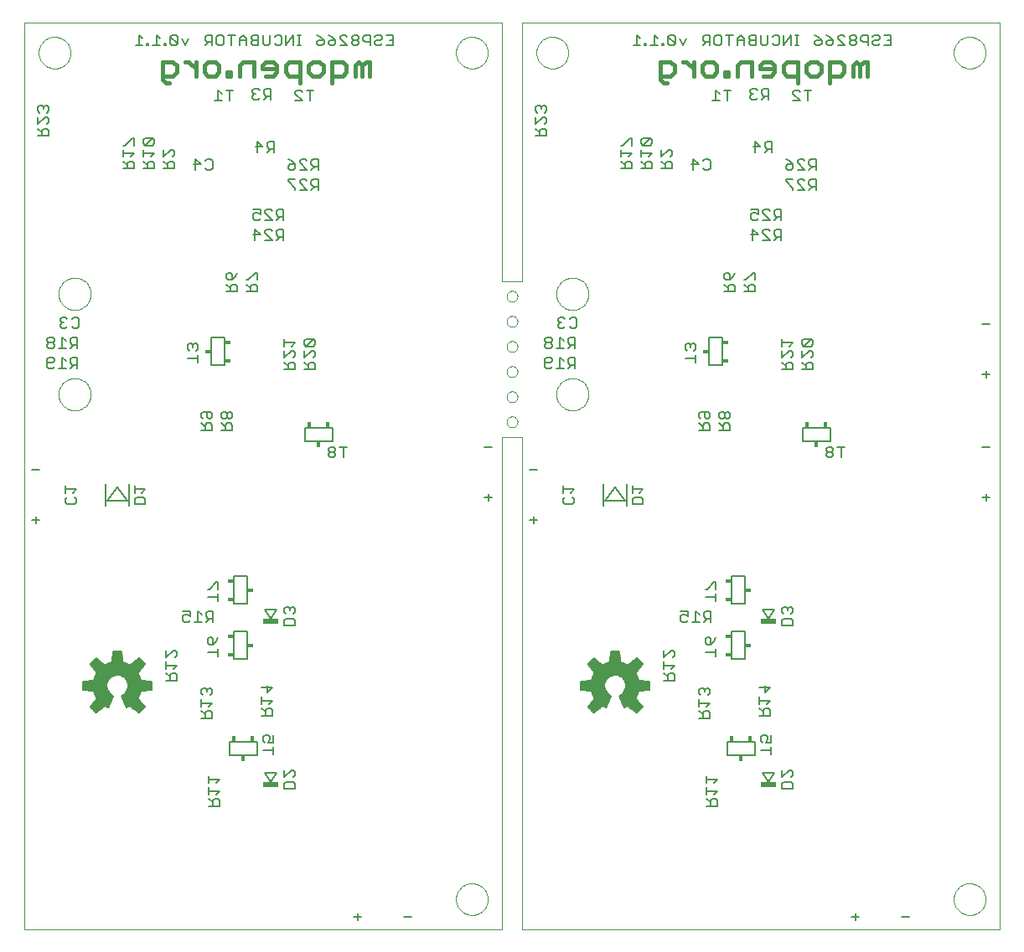
<source format=gbo>
G75*
G70*
%OFA0B0*%
%FSLAX24Y24*%
%IPPOS*%
%LPD*%
%AMOC8*
5,1,8,0,0,1.08239X$1,22.5*
%
%ADD10C,0.0000*%
%ADD11C,0.0080*%
%ADD12C,0.0150*%
%ADD13C,0.0059*%
%ADD14R,0.0620X0.0240*%
%ADD15C,0.0060*%
%ADD16C,0.0050*%
%ADD17R,0.0177X0.0236*%
%ADD18R,0.0236X0.0177*%
D10*
X001340Y001800D02*
X001340Y037900D01*
X020340Y037900D01*
X020340Y027600D01*
X021140Y027600D01*
X021140Y037900D01*
X040140Y037900D01*
X040140Y001800D01*
X021140Y001800D01*
X021140Y021400D01*
X020340Y021400D01*
X020340Y001800D01*
X001340Y001800D01*
X018510Y003000D02*
X018512Y003050D01*
X018518Y003100D01*
X018528Y003149D01*
X018542Y003197D01*
X018559Y003244D01*
X018580Y003289D01*
X018605Y003333D01*
X018633Y003374D01*
X018665Y003413D01*
X018699Y003450D01*
X018736Y003484D01*
X018776Y003514D01*
X018818Y003541D01*
X018862Y003565D01*
X018908Y003586D01*
X018955Y003602D01*
X019003Y003615D01*
X019053Y003624D01*
X019102Y003629D01*
X019153Y003630D01*
X019203Y003627D01*
X019252Y003620D01*
X019301Y003609D01*
X019349Y003594D01*
X019395Y003576D01*
X019440Y003554D01*
X019483Y003528D01*
X019524Y003499D01*
X019563Y003467D01*
X019599Y003432D01*
X019631Y003394D01*
X019661Y003354D01*
X019688Y003311D01*
X019711Y003267D01*
X019730Y003221D01*
X019746Y003173D01*
X019758Y003124D01*
X019766Y003075D01*
X019770Y003025D01*
X019770Y002975D01*
X019766Y002925D01*
X019758Y002876D01*
X019746Y002827D01*
X019730Y002779D01*
X019711Y002733D01*
X019688Y002689D01*
X019661Y002646D01*
X019631Y002606D01*
X019599Y002568D01*
X019563Y002533D01*
X019524Y002501D01*
X019483Y002472D01*
X019440Y002446D01*
X019395Y002424D01*
X019349Y002406D01*
X019301Y002391D01*
X019252Y002380D01*
X019203Y002373D01*
X019153Y002370D01*
X019102Y002371D01*
X019053Y002376D01*
X019003Y002385D01*
X018955Y002398D01*
X018908Y002414D01*
X018862Y002435D01*
X018818Y002459D01*
X018776Y002486D01*
X018736Y002516D01*
X018699Y002550D01*
X018665Y002587D01*
X018633Y002626D01*
X018605Y002667D01*
X018580Y002711D01*
X018559Y002756D01*
X018542Y002803D01*
X018528Y002851D01*
X018518Y002900D01*
X018512Y002950D01*
X018510Y003000D01*
X020523Y022000D02*
X020525Y022029D01*
X020531Y022057D01*
X020540Y022085D01*
X020553Y022111D01*
X020570Y022134D01*
X020589Y022156D01*
X020611Y022175D01*
X020636Y022190D01*
X020662Y022203D01*
X020690Y022211D01*
X020718Y022216D01*
X020747Y022217D01*
X020776Y022214D01*
X020804Y022207D01*
X020831Y022197D01*
X020857Y022183D01*
X020880Y022166D01*
X020901Y022146D01*
X020919Y022123D01*
X020934Y022098D01*
X020945Y022071D01*
X020953Y022043D01*
X020957Y022014D01*
X020957Y021986D01*
X020953Y021957D01*
X020945Y021929D01*
X020934Y021902D01*
X020919Y021877D01*
X020901Y021854D01*
X020880Y021834D01*
X020857Y021817D01*
X020831Y021803D01*
X020804Y021793D01*
X020776Y021786D01*
X020747Y021783D01*
X020718Y021784D01*
X020690Y021789D01*
X020662Y021797D01*
X020636Y021810D01*
X020611Y021825D01*
X020589Y021844D01*
X020570Y021866D01*
X020553Y021889D01*
X020540Y021915D01*
X020531Y021943D01*
X020525Y021971D01*
X020523Y022000D01*
X020523Y023000D02*
X020525Y023029D01*
X020531Y023057D01*
X020540Y023085D01*
X020553Y023111D01*
X020570Y023134D01*
X020589Y023156D01*
X020611Y023175D01*
X020636Y023190D01*
X020662Y023203D01*
X020690Y023211D01*
X020718Y023216D01*
X020747Y023217D01*
X020776Y023214D01*
X020804Y023207D01*
X020831Y023197D01*
X020857Y023183D01*
X020880Y023166D01*
X020901Y023146D01*
X020919Y023123D01*
X020934Y023098D01*
X020945Y023071D01*
X020953Y023043D01*
X020957Y023014D01*
X020957Y022986D01*
X020953Y022957D01*
X020945Y022929D01*
X020934Y022902D01*
X020919Y022877D01*
X020901Y022854D01*
X020880Y022834D01*
X020857Y022817D01*
X020831Y022803D01*
X020804Y022793D01*
X020776Y022786D01*
X020747Y022783D01*
X020718Y022784D01*
X020690Y022789D01*
X020662Y022797D01*
X020636Y022810D01*
X020611Y022825D01*
X020589Y022844D01*
X020570Y022866D01*
X020553Y022889D01*
X020540Y022915D01*
X020531Y022943D01*
X020525Y022971D01*
X020523Y023000D01*
X020523Y024000D02*
X020525Y024029D01*
X020531Y024057D01*
X020540Y024085D01*
X020553Y024111D01*
X020570Y024134D01*
X020589Y024156D01*
X020611Y024175D01*
X020636Y024190D01*
X020662Y024203D01*
X020690Y024211D01*
X020718Y024216D01*
X020747Y024217D01*
X020776Y024214D01*
X020804Y024207D01*
X020831Y024197D01*
X020857Y024183D01*
X020880Y024166D01*
X020901Y024146D01*
X020919Y024123D01*
X020934Y024098D01*
X020945Y024071D01*
X020953Y024043D01*
X020957Y024014D01*
X020957Y023986D01*
X020953Y023957D01*
X020945Y023929D01*
X020934Y023902D01*
X020919Y023877D01*
X020901Y023854D01*
X020880Y023834D01*
X020857Y023817D01*
X020831Y023803D01*
X020804Y023793D01*
X020776Y023786D01*
X020747Y023783D01*
X020718Y023784D01*
X020690Y023789D01*
X020662Y023797D01*
X020636Y023810D01*
X020611Y023825D01*
X020589Y023844D01*
X020570Y023866D01*
X020553Y023889D01*
X020540Y023915D01*
X020531Y023943D01*
X020525Y023971D01*
X020523Y024000D01*
X020523Y025000D02*
X020525Y025029D01*
X020531Y025057D01*
X020540Y025085D01*
X020553Y025111D01*
X020570Y025134D01*
X020589Y025156D01*
X020611Y025175D01*
X020636Y025190D01*
X020662Y025203D01*
X020690Y025211D01*
X020718Y025216D01*
X020747Y025217D01*
X020776Y025214D01*
X020804Y025207D01*
X020831Y025197D01*
X020857Y025183D01*
X020880Y025166D01*
X020901Y025146D01*
X020919Y025123D01*
X020934Y025098D01*
X020945Y025071D01*
X020953Y025043D01*
X020957Y025014D01*
X020957Y024986D01*
X020953Y024957D01*
X020945Y024929D01*
X020934Y024902D01*
X020919Y024877D01*
X020901Y024854D01*
X020880Y024834D01*
X020857Y024817D01*
X020831Y024803D01*
X020804Y024793D01*
X020776Y024786D01*
X020747Y024783D01*
X020718Y024784D01*
X020690Y024789D01*
X020662Y024797D01*
X020636Y024810D01*
X020611Y024825D01*
X020589Y024844D01*
X020570Y024866D01*
X020553Y024889D01*
X020540Y024915D01*
X020531Y024943D01*
X020525Y024971D01*
X020523Y025000D01*
X020523Y026000D02*
X020525Y026029D01*
X020531Y026057D01*
X020540Y026085D01*
X020553Y026111D01*
X020570Y026134D01*
X020589Y026156D01*
X020611Y026175D01*
X020636Y026190D01*
X020662Y026203D01*
X020690Y026211D01*
X020718Y026216D01*
X020747Y026217D01*
X020776Y026214D01*
X020804Y026207D01*
X020831Y026197D01*
X020857Y026183D01*
X020880Y026166D01*
X020901Y026146D01*
X020919Y026123D01*
X020934Y026098D01*
X020945Y026071D01*
X020953Y026043D01*
X020957Y026014D01*
X020957Y025986D01*
X020953Y025957D01*
X020945Y025929D01*
X020934Y025902D01*
X020919Y025877D01*
X020901Y025854D01*
X020880Y025834D01*
X020857Y025817D01*
X020831Y025803D01*
X020804Y025793D01*
X020776Y025786D01*
X020747Y025783D01*
X020718Y025784D01*
X020690Y025789D01*
X020662Y025797D01*
X020636Y025810D01*
X020611Y025825D01*
X020589Y025844D01*
X020570Y025866D01*
X020553Y025889D01*
X020540Y025915D01*
X020531Y025943D01*
X020525Y025971D01*
X020523Y026000D01*
X020523Y027000D02*
X020525Y027029D01*
X020531Y027057D01*
X020540Y027085D01*
X020553Y027111D01*
X020570Y027134D01*
X020589Y027156D01*
X020611Y027175D01*
X020636Y027190D01*
X020662Y027203D01*
X020690Y027211D01*
X020718Y027216D01*
X020747Y027217D01*
X020776Y027214D01*
X020804Y027207D01*
X020831Y027197D01*
X020857Y027183D01*
X020880Y027166D01*
X020901Y027146D01*
X020919Y027123D01*
X020934Y027098D01*
X020945Y027071D01*
X020953Y027043D01*
X020957Y027014D01*
X020957Y026986D01*
X020953Y026957D01*
X020945Y026929D01*
X020934Y026902D01*
X020919Y026877D01*
X020901Y026854D01*
X020880Y026834D01*
X020857Y026817D01*
X020831Y026803D01*
X020804Y026793D01*
X020776Y026786D01*
X020747Y026783D01*
X020718Y026784D01*
X020690Y026789D01*
X020662Y026797D01*
X020636Y026810D01*
X020611Y026825D01*
X020589Y026844D01*
X020570Y026866D01*
X020553Y026889D01*
X020540Y026915D01*
X020531Y026943D01*
X020525Y026971D01*
X020523Y027000D01*
X022500Y027100D02*
X022502Y027150D01*
X022508Y027200D01*
X022518Y027249D01*
X022531Y027298D01*
X022549Y027345D01*
X022570Y027391D01*
X022594Y027434D01*
X022622Y027476D01*
X022653Y027516D01*
X022687Y027553D01*
X022724Y027587D01*
X022764Y027618D01*
X022806Y027646D01*
X022849Y027670D01*
X022895Y027691D01*
X022942Y027709D01*
X022991Y027722D01*
X023040Y027732D01*
X023090Y027738D01*
X023140Y027740D01*
X023190Y027738D01*
X023240Y027732D01*
X023289Y027722D01*
X023338Y027709D01*
X023385Y027691D01*
X023431Y027670D01*
X023474Y027646D01*
X023516Y027618D01*
X023556Y027587D01*
X023593Y027553D01*
X023627Y027516D01*
X023658Y027476D01*
X023686Y027434D01*
X023710Y027391D01*
X023731Y027345D01*
X023749Y027298D01*
X023762Y027249D01*
X023772Y027200D01*
X023778Y027150D01*
X023780Y027100D01*
X023778Y027050D01*
X023772Y027000D01*
X023762Y026951D01*
X023749Y026902D01*
X023731Y026855D01*
X023710Y026809D01*
X023686Y026766D01*
X023658Y026724D01*
X023627Y026684D01*
X023593Y026647D01*
X023556Y026613D01*
X023516Y026582D01*
X023474Y026554D01*
X023431Y026530D01*
X023385Y026509D01*
X023338Y026491D01*
X023289Y026478D01*
X023240Y026468D01*
X023190Y026462D01*
X023140Y026460D01*
X023090Y026462D01*
X023040Y026468D01*
X022991Y026478D01*
X022942Y026491D01*
X022895Y026509D01*
X022849Y026530D01*
X022806Y026554D01*
X022764Y026582D01*
X022724Y026613D01*
X022687Y026647D01*
X022653Y026684D01*
X022622Y026724D01*
X022594Y026766D01*
X022570Y026809D01*
X022549Y026855D01*
X022531Y026902D01*
X022518Y026951D01*
X022508Y027000D01*
X022502Y027050D01*
X022500Y027100D01*
X022500Y023100D02*
X022502Y023150D01*
X022508Y023200D01*
X022518Y023249D01*
X022531Y023298D01*
X022549Y023345D01*
X022570Y023391D01*
X022594Y023434D01*
X022622Y023476D01*
X022653Y023516D01*
X022687Y023553D01*
X022724Y023587D01*
X022764Y023618D01*
X022806Y023646D01*
X022849Y023670D01*
X022895Y023691D01*
X022942Y023709D01*
X022991Y023722D01*
X023040Y023732D01*
X023090Y023738D01*
X023140Y023740D01*
X023190Y023738D01*
X023240Y023732D01*
X023289Y023722D01*
X023338Y023709D01*
X023385Y023691D01*
X023431Y023670D01*
X023474Y023646D01*
X023516Y023618D01*
X023556Y023587D01*
X023593Y023553D01*
X023627Y023516D01*
X023658Y023476D01*
X023686Y023434D01*
X023710Y023391D01*
X023731Y023345D01*
X023749Y023298D01*
X023762Y023249D01*
X023772Y023200D01*
X023778Y023150D01*
X023780Y023100D01*
X023778Y023050D01*
X023772Y023000D01*
X023762Y022951D01*
X023749Y022902D01*
X023731Y022855D01*
X023710Y022809D01*
X023686Y022766D01*
X023658Y022724D01*
X023627Y022684D01*
X023593Y022647D01*
X023556Y022613D01*
X023516Y022582D01*
X023474Y022554D01*
X023431Y022530D01*
X023385Y022509D01*
X023338Y022491D01*
X023289Y022478D01*
X023240Y022468D01*
X023190Y022462D01*
X023140Y022460D01*
X023090Y022462D01*
X023040Y022468D01*
X022991Y022478D01*
X022942Y022491D01*
X022895Y022509D01*
X022849Y022530D01*
X022806Y022554D01*
X022764Y022582D01*
X022724Y022613D01*
X022687Y022647D01*
X022653Y022684D01*
X022622Y022724D01*
X022594Y022766D01*
X022570Y022809D01*
X022549Y022855D01*
X022531Y022902D01*
X022518Y022951D01*
X022508Y023000D01*
X022502Y023050D01*
X022500Y023100D01*
X021710Y036700D02*
X021712Y036750D01*
X021718Y036800D01*
X021728Y036849D01*
X021742Y036897D01*
X021759Y036944D01*
X021780Y036989D01*
X021805Y037033D01*
X021833Y037074D01*
X021865Y037113D01*
X021899Y037150D01*
X021936Y037184D01*
X021976Y037214D01*
X022018Y037241D01*
X022062Y037265D01*
X022108Y037286D01*
X022155Y037302D01*
X022203Y037315D01*
X022253Y037324D01*
X022302Y037329D01*
X022353Y037330D01*
X022403Y037327D01*
X022452Y037320D01*
X022501Y037309D01*
X022549Y037294D01*
X022595Y037276D01*
X022640Y037254D01*
X022683Y037228D01*
X022724Y037199D01*
X022763Y037167D01*
X022799Y037132D01*
X022831Y037094D01*
X022861Y037054D01*
X022888Y037011D01*
X022911Y036967D01*
X022930Y036921D01*
X022946Y036873D01*
X022958Y036824D01*
X022966Y036775D01*
X022970Y036725D01*
X022970Y036675D01*
X022966Y036625D01*
X022958Y036576D01*
X022946Y036527D01*
X022930Y036479D01*
X022911Y036433D01*
X022888Y036389D01*
X022861Y036346D01*
X022831Y036306D01*
X022799Y036268D01*
X022763Y036233D01*
X022724Y036201D01*
X022683Y036172D01*
X022640Y036146D01*
X022595Y036124D01*
X022549Y036106D01*
X022501Y036091D01*
X022452Y036080D01*
X022403Y036073D01*
X022353Y036070D01*
X022302Y036071D01*
X022253Y036076D01*
X022203Y036085D01*
X022155Y036098D01*
X022108Y036114D01*
X022062Y036135D01*
X022018Y036159D01*
X021976Y036186D01*
X021936Y036216D01*
X021899Y036250D01*
X021865Y036287D01*
X021833Y036326D01*
X021805Y036367D01*
X021780Y036411D01*
X021759Y036456D01*
X021742Y036503D01*
X021728Y036551D01*
X021718Y036600D01*
X021712Y036650D01*
X021710Y036700D01*
X018510Y036700D02*
X018512Y036750D01*
X018518Y036800D01*
X018528Y036849D01*
X018542Y036897D01*
X018559Y036944D01*
X018580Y036989D01*
X018605Y037033D01*
X018633Y037074D01*
X018665Y037113D01*
X018699Y037150D01*
X018736Y037184D01*
X018776Y037214D01*
X018818Y037241D01*
X018862Y037265D01*
X018908Y037286D01*
X018955Y037302D01*
X019003Y037315D01*
X019053Y037324D01*
X019102Y037329D01*
X019153Y037330D01*
X019203Y037327D01*
X019252Y037320D01*
X019301Y037309D01*
X019349Y037294D01*
X019395Y037276D01*
X019440Y037254D01*
X019483Y037228D01*
X019524Y037199D01*
X019563Y037167D01*
X019599Y037132D01*
X019631Y037094D01*
X019661Y037054D01*
X019688Y037011D01*
X019711Y036967D01*
X019730Y036921D01*
X019746Y036873D01*
X019758Y036824D01*
X019766Y036775D01*
X019770Y036725D01*
X019770Y036675D01*
X019766Y036625D01*
X019758Y036576D01*
X019746Y036527D01*
X019730Y036479D01*
X019711Y036433D01*
X019688Y036389D01*
X019661Y036346D01*
X019631Y036306D01*
X019599Y036268D01*
X019563Y036233D01*
X019524Y036201D01*
X019483Y036172D01*
X019440Y036146D01*
X019395Y036124D01*
X019349Y036106D01*
X019301Y036091D01*
X019252Y036080D01*
X019203Y036073D01*
X019153Y036070D01*
X019102Y036071D01*
X019053Y036076D01*
X019003Y036085D01*
X018955Y036098D01*
X018908Y036114D01*
X018862Y036135D01*
X018818Y036159D01*
X018776Y036186D01*
X018736Y036216D01*
X018699Y036250D01*
X018665Y036287D01*
X018633Y036326D01*
X018605Y036367D01*
X018580Y036411D01*
X018559Y036456D01*
X018542Y036503D01*
X018528Y036551D01*
X018518Y036600D01*
X018512Y036650D01*
X018510Y036700D01*
X002700Y027100D02*
X002702Y027150D01*
X002708Y027200D01*
X002718Y027249D01*
X002731Y027298D01*
X002749Y027345D01*
X002770Y027391D01*
X002794Y027434D01*
X002822Y027476D01*
X002853Y027516D01*
X002887Y027553D01*
X002924Y027587D01*
X002964Y027618D01*
X003006Y027646D01*
X003049Y027670D01*
X003095Y027691D01*
X003142Y027709D01*
X003191Y027722D01*
X003240Y027732D01*
X003290Y027738D01*
X003340Y027740D01*
X003390Y027738D01*
X003440Y027732D01*
X003489Y027722D01*
X003538Y027709D01*
X003585Y027691D01*
X003631Y027670D01*
X003674Y027646D01*
X003716Y027618D01*
X003756Y027587D01*
X003793Y027553D01*
X003827Y027516D01*
X003858Y027476D01*
X003886Y027434D01*
X003910Y027391D01*
X003931Y027345D01*
X003949Y027298D01*
X003962Y027249D01*
X003972Y027200D01*
X003978Y027150D01*
X003980Y027100D01*
X003978Y027050D01*
X003972Y027000D01*
X003962Y026951D01*
X003949Y026902D01*
X003931Y026855D01*
X003910Y026809D01*
X003886Y026766D01*
X003858Y026724D01*
X003827Y026684D01*
X003793Y026647D01*
X003756Y026613D01*
X003716Y026582D01*
X003674Y026554D01*
X003631Y026530D01*
X003585Y026509D01*
X003538Y026491D01*
X003489Y026478D01*
X003440Y026468D01*
X003390Y026462D01*
X003340Y026460D01*
X003290Y026462D01*
X003240Y026468D01*
X003191Y026478D01*
X003142Y026491D01*
X003095Y026509D01*
X003049Y026530D01*
X003006Y026554D01*
X002964Y026582D01*
X002924Y026613D01*
X002887Y026647D01*
X002853Y026684D01*
X002822Y026724D01*
X002794Y026766D01*
X002770Y026809D01*
X002749Y026855D01*
X002731Y026902D01*
X002718Y026951D01*
X002708Y027000D01*
X002702Y027050D01*
X002700Y027100D01*
X002700Y023100D02*
X002702Y023150D01*
X002708Y023200D01*
X002718Y023249D01*
X002731Y023298D01*
X002749Y023345D01*
X002770Y023391D01*
X002794Y023434D01*
X002822Y023476D01*
X002853Y023516D01*
X002887Y023553D01*
X002924Y023587D01*
X002964Y023618D01*
X003006Y023646D01*
X003049Y023670D01*
X003095Y023691D01*
X003142Y023709D01*
X003191Y023722D01*
X003240Y023732D01*
X003290Y023738D01*
X003340Y023740D01*
X003390Y023738D01*
X003440Y023732D01*
X003489Y023722D01*
X003538Y023709D01*
X003585Y023691D01*
X003631Y023670D01*
X003674Y023646D01*
X003716Y023618D01*
X003756Y023587D01*
X003793Y023553D01*
X003827Y023516D01*
X003858Y023476D01*
X003886Y023434D01*
X003910Y023391D01*
X003931Y023345D01*
X003949Y023298D01*
X003962Y023249D01*
X003972Y023200D01*
X003978Y023150D01*
X003980Y023100D01*
X003978Y023050D01*
X003972Y023000D01*
X003962Y022951D01*
X003949Y022902D01*
X003931Y022855D01*
X003910Y022809D01*
X003886Y022766D01*
X003858Y022724D01*
X003827Y022684D01*
X003793Y022647D01*
X003756Y022613D01*
X003716Y022582D01*
X003674Y022554D01*
X003631Y022530D01*
X003585Y022509D01*
X003538Y022491D01*
X003489Y022478D01*
X003440Y022468D01*
X003390Y022462D01*
X003340Y022460D01*
X003290Y022462D01*
X003240Y022468D01*
X003191Y022478D01*
X003142Y022491D01*
X003095Y022509D01*
X003049Y022530D01*
X003006Y022554D01*
X002964Y022582D01*
X002924Y022613D01*
X002887Y022647D01*
X002853Y022684D01*
X002822Y022724D01*
X002794Y022766D01*
X002770Y022809D01*
X002749Y022855D01*
X002731Y022902D01*
X002718Y022951D01*
X002708Y023000D01*
X002702Y023050D01*
X002700Y023100D01*
X001910Y036700D02*
X001912Y036750D01*
X001918Y036800D01*
X001928Y036849D01*
X001942Y036897D01*
X001959Y036944D01*
X001980Y036989D01*
X002005Y037033D01*
X002033Y037074D01*
X002065Y037113D01*
X002099Y037150D01*
X002136Y037184D01*
X002176Y037214D01*
X002218Y037241D01*
X002262Y037265D01*
X002308Y037286D01*
X002355Y037302D01*
X002403Y037315D01*
X002453Y037324D01*
X002502Y037329D01*
X002553Y037330D01*
X002603Y037327D01*
X002652Y037320D01*
X002701Y037309D01*
X002749Y037294D01*
X002795Y037276D01*
X002840Y037254D01*
X002883Y037228D01*
X002924Y037199D01*
X002963Y037167D01*
X002999Y037132D01*
X003031Y037094D01*
X003061Y037054D01*
X003088Y037011D01*
X003111Y036967D01*
X003130Y036921D01*
X003146Y036873D01*
X003158Y036824D01*
X003166Y036775D01*
X003170Y036725D01*
X003170Y036675D01*
X003166Y036625D01*
X003158Y036576D01*
X003146Y036527D01*
X003130Y036479D01*
X003111Y036433D01*
X003088Y036389D01*
X003061Y036346D01*
X003031Y036306D01*
X002999Y036268D01*
X002963Y036233D01*
X002924Y036201D01*
X002883Y036172D01*
X002840Y036146D01*
X002795Y036124D01*
X002749Y036106D01*
X002701Y036091D01*
X002652Y036080D01*
X002603Y036073D01*
X002553Y036070D01*
X002502Y036071D01*
X002453Y036076D01*
X002403Y036085D01*
X002355Y036098D01*
X002308Y036114D01*
X002262Y036135D01*
X002218Y036159D01*
X002176Y036186D01*
X002136Y036216D01*
X002099Y036250D01*
X002065Y036287D01*
X002033Y036326D01*
X002005Y036367D01*
X001980Y036411D01*
X001959Y036456D01*
X001942Y036503D01*
X001928Y036551D01*
X001918Y036600D01*
X001912Y036650D01*
X001910Y036700D01*
X038310Y036700D02*
X038312Y036750D01*
X038318Y036800D01*
X038328Y036849D01*
X038342Y036897D01*
X038359Y036944D01*
X038380Y036989D01*
X038405Y037033D01*
X038433Y037074D01*
X038465Y037113D01*
X038499Y037150D01*
X038536Y037184D01*
X038576Y037214D01*
X038618Y037241D01*
X038662Y037265D01*
X038708Y037286D01*
X038755Y037302D01*
X038803Y037315D01*
X038853Y037324D01*
X038902Y037329D01*
X038953Y037330D01*
X039003Y037327D01*
X039052Y037320D01*
X039101Y037309D01*
X039149Y037294D01*
X039195Y037276D01*
X039240Y037254D01*
X039283Y037228D01*
X039324Y037199D01*
X039363Y037167D01*
X039399Y037132D01*
X039431Y037094D01*
X039461Y037054D01*
X039488Y037011D01*
X039511Y036967D01*
X039530Y036921D01*
X039546Y036873D01*
X039558Y036824D01*
X039566Y036775D01*
X039570Y036725D01*
X039570Y036675D01*
X039566Y036625D01*
X039558Y036576D01*
X039546Y036527D01*
X039530Y036479D01*
X039511Y036433D01*
X039488Y036389D01*
X039461Y036346D01*
X039431Y036306D01*
X039399Y036268D01*
X039363Y036233D01*
X039324Y036201D01*
X039283Y036172D01*
X039240Y036146D01*
X039195Y036124D01*
X039149Y036106D01*
X039101Y036091D01*
X039052Y036080D01*
X039003Y036073D01*
X038953Y036070D01*
X038902Y036071D01*
X038853Y036076D01*
X038803Y036085D01*
X038755Y036098D01*
X038708Y036114D01*
X038662Y036135D01*
X038618Y036159D01*
X038576Y036186D01*
X038536Y036216D01*
X038499Y036250D01*
X038465Y036287D01*
X038433Y036326D01*
X038405Y036367D01*
X038380Y036411D01*
X038359Y036456D01*
X038342Y036503D01*
X038328Y036551D01*
X038318Y036600D01*
X038312Y036650D01*
X038310Y036700D01*
X038310Y003000D02*
X038312Y003050D01*
X038318Y003100D01*
X038328Y003149D01*
X038342Y003197D01*
X038359Y003244D01*
X038380Y003289D01*
X038405Y003333D01*
X038433Y003374D01*
X038465Y003413D01*
X038499Y003450D01*
X038536Y003484D01*
X038576Y003514D01*
X038618Y003541D01*
X038662Y003565D01*
X038708Y003586D01*
X038755Y003602D01*
X038803Y003615D01*
X038853Y003624D01*
X038902Y003629D01*
X038953Y003630D01*
X039003Y003627D01*
X039052Y003620D01*
X039101Y003609D01*
X039149Y003594D01*
X039195Y003576D01*
X039240Y003554D01*
X039283Y003528D01*
X039324Y003499D01*
X039363Y003467D01*
X039399Y003432D01*
X039431Y003394D01*
X039461Y003354D01*
X039488Y003311D01*
X039511Y003267D01*
X039530Y003221D01*
X039546Y003173D01*
X039558Y003124D01*
X039566Y003075D01*
X039570Y003025D01*
X039570Y002975D01*
X039566Y002925D01*
X039558Y002876D01*
X039546Y002827D01*
X039530Y002779D01*
X039511Y002733D01*
X039488Y002689D01*
X039461Y002646D01*
X039431Y002606D01*
X039399Y002568D01*
X039363Y002533D01*
X039324Y002501D01*
X039283Y002472D01*
X039240Y002446D01*
X039195Y002424D01*
X039149Y002406D01*
X039101Y002391D01*
X039052Y002380D01*
X039003Y002373D01*
X038953Y002370D01*
X038902Y002371D01*
X038853Y002376D01*
X038803Y002385D01*
X038755Y002398D01*
X038708Y002414D01*
X038662Y002435D01*
X038618Y002459D01*
X038576Y002486D01*
X038536Y002516D01*
X038499Y002550D01*
X038465Y002587D01*
X038433Y002626D01*
X038405Y002667D01*
X038380Y002711D01*
X038359Y002756D01*
X038342Y002803D01*
X038328Y002851D01*
X038318Y002900D01*
X038312Y002950D01*
X038310Y003000D01*
D11*
X036530Y002300D02*
X036250Y002300D01*
X034530Y002300D02*
X034250Y002300D01*
X034390Y002440D02*
X034390Y002160D01*
X031900Y007390D02*
X031480Y007390D01*
X031480Y007600D01*
X031550Y007670D01*
X031830Y007670D01*
X031900Y007600D01*
X031900Y007390D01*
X031830Y007850D02*
X031900Y007920D01*
X031900Y008061D01*
X031830Y008131D01*
X031760Y008131D01*
X031480Y007850D01*
X031480Y008131D01*
X031176Y008047D02*
X030704Y008047D01*
X030940Y007653D01*
X031176Y008047D01*
X031050Y008780D02*
X031050Y009060D01*
X031050Y008920D02*
X030630Y008920D01*
X030700Y009240D02*
X030630Y009310D01*
X030630Y009450D01*
X030700Y009520D01*
X030840Y009520D01*
X030910Y009450D01*
X030910Y009380D01*
X030840Y009240D01*
X031050Y009240D01*
X031050Y009520D01*
X031000Y010309D02*
X030580Y010309D01*
X030720Y010309D02*
X030720Y010519D01*
X030790Y010589D01*
X030930Y010589D01*
X031000Y010519D01*
X031000Y010309D01*
X030720Y010449D02*
X030580Y010589D01*
X030580Y010769D02*
X030580Y011049D01*
X030580Y010909D02*
X031000Y010909D01*
X030860Y010769D01*
X030790Y011230D02*
X030790Y011510D01*
X030580Y011440D02*
X031000Y011440D01*
X030790Y011230D01*
X028850Y012680D02*
X028850Y012960D01*
X028850Y012820D02*
X028430Y012820D01*
X028500Y013140D02*
X028430Y013210D01*
X028430Y013350D01*
X028500Y013420D01*
X028570Y013420D01*
X028640Y013350D01*
X028640Y013140D01*
X028500Y013140D01*
X028640Y013140D02*
X028780Y013280D01*
X028850Y013420D01*
X028650Y014040D02*
X028650Y014460D01*
X028440Y014460D01*
X028370Y014390D01*
X028370Y014250D01*
X028440Y014180D01*
X028650Y014180D01*
X028510Y014180D02*
X028370Y014040D01*
X028190Y014040D02*
X027909Y014040D01*
X028049Y014040D02*
X028049Y014460D01*
X028190Y014320D01*
X027729Y014250D02*
X027729Y014460D01*
X027449Y014460D01*
X027519Y014320D02*
X027449Y014250D01*
X027449Y014110D01*
X027519Y014040D01*
X027659Y014040D01*
X027729Y014110D01*
X027729Y014250D02*
X027589Y014320D01*
X027519Y014320D01*
X028430Y015020D02*
X028850Y015020D01*
X028850Y014880D02*
X028850Y015160D01*
X028850Y015340D02*
X028850Y015620D01*
X028780Y015620D01*
X028500Y015340D01*
X028430Y015340D01*
X030704Y014547D02*
X031176Y014547D01*
X030940Y014153D01*
X030704Y014547D01*
X031480Y014561D02*
X031480Y014420D01*
X031550Y014350D01*
X031550Y014170D02*
X031830Y014170D01*
X031900Y014100D01*
X031900Y013890D01*
X031480Y013890D01*
X031480Y014100D01*
X031550Y014170D01*
X031830Y014350D02*
X031900Y014420D01*
X031900Y014561D01*
X031830Y014631D01*
X031760Y014631D01*
X031690Y014561D01*
X031620Y014631D01*
X031550Y014631D01*
X031480Y014561D01*
X031690Y014561D02*
X031690Y014491D01*
X028600Y011340D02*
X028530Y011410D01*
X028460Y011410D01*
X028390Y011340D01*
X028320Y011410D01*
X028250Y011410D01*
X028180Y011340D01*
X028180Y011200D01*
X028250Y011130D01*
X028180Y010949D02*
X028180Y010669D01*
X028180Y010809D02*
X028600Y010809D01*
X028460Y010669D01*
X028390Y010489D02*
X028320Y010419D01*
X028320Y010209D01*
X028320Y010349D02*
X028180Y010489D01*
X028390Y010489D02*
X028530Y010489D01*
X028600Y010419D01*
X028600Y010209D01*
X028180Y010209D01*
X028530Y011130D02*
X028600Y011200D01*
X028600Y011340D01*
X028390Y011340D02*
X028390Y011270D01*
X027200Y011709D02*
X027200Y011919D01*
X027130Y011989D01*
X026990Y011989D01*
X026920Y011919D01*
X026920Y011709D01*
X026920Y011849D02*
X026780Y011989D01*
X026780Y012169D02*
X026780Y012449D01*
X026780Y012309D02*
X027200Y012309D01*
X027060Y012169D01*
X027130Y012630D02*
X027200Y012700D01*
X027200Y012840D01*
X027130Y012910D01*
X027060Y012910D01*
X026780Y012630D01*
X026780Y012910D01*
X026780Y011709D02*
X027200Y011709D01*
X028480Y007910D02*
X028480Y007630D01*
X028480Y007770D02*
X028900Y007770D01*
X028760Y007630D01*
X028480Y007449D02*
X028480Y007169D01*
X028480Y007309D02*
X028900Y007309D01*
X028760Y007169D01*
X028830Y006989D02*
X028690Y006989D01*
X028620Y006919D01*
X028620Y006709D01*
X028620Y006849D02*
X028480Y006989D01*
X028480Y006709D02*
X028900Y006709D01*
X028900Y006919D01*
X028830Y006989D01*
X021590Y017960D02*
X021590Y018240D01*
X021730Y018100D02*
X021450Y018100D01*
X022780Y018789D02*
X022780Y018929D01*
X022850Y018999D01*
X022780Y019180D02*
X022780Y019460D01*
X022780Y019320D02*
X023200Y019320D01*
X023060Y019180D01*
X023130Y018999D02*
X023200Y018929D01*
X023200Y018789D01*
X023130Y018719D01*
X022850Y018719D01*
X022780Y018789D01*
X021730Y020100D02*
X021450Y020100D01*
X019930Y021000D02*
X019650Y021000D01*
X019790Y019140D02*
X019790Y018860D01*
X019930Y019000D02*
X019650Y019000D01*
X024446Y018853D02*
X025234Y018853D01*
X024840Y019394D01*
X024446Y018853D01*
X025530Y018929D02*
X025600Y018999D01*
X025880Y018999D01*
X025950Y018929D01*
X025950Y018719D01*
X025530Y018719D01*
X025530Y018929D01*
X025530Y019180D02*
X025530Y019460D01*
X025530Y019320D02*
X025950Y019320D01*
X025810Y019180D01*
X028180Y021669D02*
X028600Y021669D01*
X028600Y021879D01*
X028530Y021949D01*
X028390Y021949D01*
X028320Y021879D01*
X028320Y021669D01*
X028320Y021809D02*
X028180Y021949D01*
X028250Y022130D02*
X028180Y022200D01*
X028180Y022340D01*
X028250Y022410D01*
X028530Y022410D01*
X028600Y022340D01*
X028600Y022200D01*
X028530Y022130D01*
X028460Y022130D01*
X028390Y022200D01*
X028390Y022410D01*
X028980Y022340D02*
X028980Y022200D01*
X029050Y022130D01*
X029120Y022130D01*
X029190Y022200D01*
X029190Y022340D01*
X029120Y022410D01*
X029050Y022410D01*
X028980Y022340D01*
X029190Y022340D02*
X029260Y022410D01*
X029330Y022410D01*
X029400Y022340D01*
X029400Y022200D01*
X029330Y022130D01*
X029260Y022130D01*
X029190Y022200D01*
X029190Y021949D02*
X029120Y021879D01*
X029120Y021669D01*
X028980Y021669D02*
X029400Y021669D01*
X029400Y021879D01*
X029330Y021949D01*
X029190Y021949D01*
X029120Y021809D02*
X028980Y021949D01*
X031480Y024090D02*
X031900Y024090D01*
X031900Y024300D01*
X031830Y024370D01*
X031690Y024370D01*
X031620Y024300D01*
X031620Y024090D01*
X031620Y024230D02*
X031480Y024370D01*
X031480Y024550D02*
X031760Y024831D01*
X031830Y024831D01*
X031900Y024761D01*
X031900Y024620D01*
X031830Y024550D01*
X031480Y024550D02*
X031480Y024831D01*
X031480Y025011D02*
X031480Y025291D01*
X031480Y025151D02*
X031900Y025151D01*
X031760Y025011D01*
X032280Y025081D02*
X032350Y025011D01*
X032630Y025291D01*
X032350Y025291D01*
X032280Y025221D01*
X032280Y025081D01*
X032350Y025011D02*
X032630Y025011D01*
X032700Y025081D01*
X032700Y025221D01*
X032630Y025291D01*
X032630Y024831D02*
X032700Y024761D01*
X032700Y024620D01*
X032630Y024550D01*
X032630Y024370D02*
X032490Y024370D01*
X032420Y024300D01*
X032420Y024090D01*
X032280Y024090D02*
X032700Y024090D01*
X032700Y024300D01*
X032630Y024370D01*
X032420Y024230D02*
X032280Y024370D01*
X032280Y024550D02*
X032560Y024831D01*
X032630Y024831D01*
X032280Y024831D02*
X032280Y024550D01*
X030400Y027190D02*
X029980Y027190D01*
X030120Y027190D02*
X030120Y027400D01*
X030190Y027470D01*
X030330Y027470D01*
X030400Y027400D01*
X030400Y027190D01*
X030120Y027330D02*
X029980Y027470D01*
X029980Y027650D02*
X030050Y027650D01*
X030330Y027931D01*
X030400Y027931D01*
X030400Y027650D01*
X029600Y027400D02*
X029600Y027190D01*
X029180Y027190D01*
X029320Y027190D02*
X029320Y027400D01*
X029390Y027470D01*
X029530Y027470D01*
X029600Y027400D01*
X029320Y027330D02*
X029180Y027470D01*
X029250Y027650D02*
X029180Y027720D01*
X029180Y027861D01*
X029250Y027931D01*
X029320Y027931D01*
X029390Y027861D01*
X029390Y027650D01*
X029250Y027650D01*
X029390Y027650D02*
X029530Y027791D01*
X029600Y027931D01*
X030319Y029240D02*
X030319Y029660D01*
X030529Y029450D01*
X030249Y029450D01*
X030709Y029520D02*
X030709Y029590D01*
X030779Y029660D01*
X030920Y029660D01*
X030990Y029590D01*
X031170Y029590D02*
X031240Y029660D01*
X031450Y029660D01*
X031450Y029240D01*
X031450Y029380D02*
X031240Y029380D01*
X031170Y029450D01*
X031170Y029590D01*
X031310Y029380D02*
X031170Y029240D01*
X030990Y029240D02*
X030709Y029520D01*
X030709Y029240D02*
X030990Y029240D01*
X030990Y030040D02*
X030709Y030320D01*
X030709Y030390D01*
X030779Y030460D01*
X030920Y030460D01*
X030990Y030390D01*
X031170Y030390D02*
X031240Y030460D01*
X031450Y030460D01*
X031450Y030040D01*
X031450Y030180D02*
X031240Y030180D01*
X031170Y030250D01*
X031170Y030390D01*
X031310Y030180D02*
X031170Y030040D01*
X030990Y030040D02*
X030709Y030040D01*
X030529Y030110D02*
X030459Y030040D01*
X030319Y030040D01*
X030249Y030110D01*
X030249Y030250D01*
X030319Y030320D01*
X030389Y030320D01*
X030529Y030250D01*
X030529Y030460D01*
X030249Y030460D01*
X031630Y031590D02*
X031910Y031310D01*
X031910Y031240D01*
X032091Y031240D02*
X032371Y031240D01*
X032091Y031520D01*
X032091Y031590D01*
X032161Y031660D01*
X032301Y031660D01*
X032371Y031590D01*
X032551Y031590D02*
X032551Y031450D01*
X032621Y031380D01*
X032831Y031380D01*
X032691Y031380D02*
X032551Y031240D01*
X032831Y031240D02*
X032831Y031660D01*
X032621Y031660D01*
X032551Y031590D01*
X032551Y032040D02*
X032691Y032180D01*
X032621Y032180D02*
X032831Y032180D01*
X032831Y032040D02*
X032831Y032460D01*
X032621Y032460D01*
X032551Y032390D01*
X032551Y032250D01*
X032621Y032180D01*
X032371Y032040D02*
X032091Y032320D01*
X032091Y032390D01*
X032161Y032460D01*
X032301Y032460D01*
X032371Y032390D01*
X032371Y032040D02*
X032091Y032040D01*
X031910Y032110D02*
X031840Y032040D01*
X031700Y032040D01*
X031630Y032110D01*
X031630Y032180D01*
X031700Y032250D01*
X031910Y032250D01*
X031910Y032110D01*
X031910Y032250D02*
X031770Y032390D01*
X031630Y032460D01*
X031071Y032740D02*
X031071Y033160D01*
X030861Y033160D01*
X030791Y033090D01*
X030791Y032950D01*
X030861Y032880D01*
X031071Y032880D01*
X030931Y032880D02*
X030791Y032740D01*
X030610Y032950D02*
X030400Y033160D01*
X030400Y032740D01*
X030330Y032950D02*
X030610Y032950D01*
X031630Y031660D02*
X031630Y031590D01*
X031630Y031660D02*
X031910Y031660D01*
X031909Y034790D02*
X032190Y034790D01*
X031909Y035070D01*
X031909Y035140D01*
X031979Y035210D01*
X032120Y035210D01*
X032190Y035140D01*
X032370Y035210D02*
X032650Y035210D01*
X032510Y035210D02*
X032510Y034790D01*
X030950Y034840D02*
X030950Y035260D01*
X030740Y035260D01*
X030670Y035190D01*
X030670Y035050D01*
X030740Y034980D01*
X030950Y034980D01*
X030810Y034980D02*
X030670Y034840D01*
X030490Y034910D02*
X030420Y034840D01*
X030279Y034840D01*
X030209Y034910D01*
X030209Y034980D01*
X030279Y035050D01*
X030349Y035050D01*
X030279Y035050D02*
X030209Y035120D01*
X030209Y035190D01*
X030279Y035260D01*
X030420Y035260D01*
X030490Y035190D01*
X029450Y035210D02*
X029170Y035210D01*
X029310Y035210D02*
X029310Y034790D01*
X028990Y034790D02*
X028709Y034790D01*
X028849Y034790D02*
X028849Y035210D01*
X028990Y035070D01*
X028995Y036990D02*
X028855Y036990D01*
X028785Y037060D01*
X028785Y037340D01*
X028855Y037410D01*
X028995Y037410D01*
X029065Y037340D01*
X029065Y037060D01*
X028995Y036990D01*
X028605Y036990D02*
X028605Y037410D01*
X028395Y037410D01*
X028325Y037340D01*
X028325Y037200D01*
X028395Y037130D01*
X028605Y037130D01*
X028465Y037130D02*
X028325Y036990D01*
X027684Y037270D02*
X027544Y036990D01*
X027404Y037270D01*
X027224Y037340D02*
X027154Y037410D01*
X027014Y037410D01*
X026944Y037340D01*
X027224Y037060D01*
X027154Y036990D01*
X027014Y036990D01*
X026944Y037060D01*
X026944Y037340D01*
X027224Y037340D02*
X027224Y037060D01*
X026763Y037060D02*
X026693Y037060D01*
X026693Y036990D01*
X026763Y036990D01*
X026763Y037060D01*
X026533Y036990D02*
X026253Y036990D01*
X026393Y036990D02*
X026393Y037410D01*
X026533Y037270D01*
X026073Y037060D02*
X026003Y037060D01*
X026003Y036990D01*
X026073Y036990D01*
X026073Y037060D01*
X025843Y036990D02*
X025562Y036990D01*
X025703Y036990D02*
X025703Y037410D01*
X025843Y037270D01*
X029246Y037410D02*
X029526Y037410D01*
X029386Y037410D02*
X029386Y036990D01*
X029706Y036990D02*
X029706Y037270D01*
X029846Y037410D01*
X029986Y037270D01*
X029986Y036990D01*
X030166Y037060D02*
X030236Y036990D01*
X030447Y036990D01*
X030447Y037410D01*
X030236Y037410D01*
X030166Y037340D01*
X030166Y037270D01*
X030236Y037200D01*
X030447Y037200D01*
X030236Y037200D02*
X030166Y037130D01*
X030166Y037060D01*
X029986Y037200D02*
X029706Y037200D01*
X030627Y037060D02*
X030627Y037410D01*
X030907Y037410D02*
X030907Y037060D01*
X030837Y036990D01*
X030697Y036990D01*
X030627Y037060D01*
X031087Y037060D02*
X031157Y036990D01*
X031297Y036990D01*
X031367Y037060D01*
X031367Y037340D01*
X031297Y037410D01*
X031157Y037410D01*
X031087Y037340D01*
X031547Y037410D02*
X031547Y036990D01*
X031828Y037410D01*
X031828Y036990D01*
X031995Y036990D02*
X032135Y036990D01*
X032065Y036990D02*
X032065Y037410D01*
X032135Y037410D02*
X031995Y037410D01*
X032775Y037410D02*
X032915Y037340D01*
X033055Y037200D01*
X032845Y037200D01*
X032775Y037130D01*
X032775Y037060D01*
X032845Y036990D01*
X032985Y036990D01*
X033055Y037060D01*
X033055Y037200D01*
X033236Y037130D02*
X033306Y037200D01*
X033516Y037200D01*
X033516Y037060D01*
X033446Y036990D01*
X033306Y036990D01*
X033236Y037060D01*
X033236Y037130D01*
X033376Y037340D02*
X033516Y037200D01*
X033696Y037270D02*
X033696Y037340D01*
X033766Y037410D01*
X033906Y037410D01*
X033976Y037340D01*
X034156Y037340D02*
X034156Y037270D01*
X034226Y037200D01*
X034367Y037200D01*
X034437Y037270D01*
X034437Y037340D01*
X034367Y037410D01*
X034226Y037410D01*
X034156Y037340D01*
X034226Y037200D02*
X034156Y037130D01*
X034156Y037060D01*
X034226Y036990D01*
X034367Y036990D01*
X034437Y037060D01*
X034437Y037130D01*
X034367Y037200D01*
X034617Y037200D02*
X034687Y037130D01*
X034897Y037130D01*
X034897Y036990D02*
X034897Y037410D01*
X034687Y037410D01*
X034617Y037340D01*
X034617Y037200D01*
X035077Y037130D02*
X035077Y037060D01*
X035147Y036990D01*
X035287Y036990D01*
X035357Y037060D01*
X035287Y037200D02*
X035147Y037200D01*
X035077Y037130D01*
X035077Y037340D02*
X035147Y037410D01*
X035287Y037410D01*
X035357Y037340D01*
X035357Y037270D01*
X035287Y037200D01*
X035538Y036990D02*
X035818Y036990D01*
X035818Y037410D01*
X035538Y037410D01*
X035678Y037200D02*
X035818Y037200D01*
X033976Y036990D02*
X033696Y037270D01*
X033696Y036990D02*
X033976Y036990D01*
X033376Y037340D02*
X033236Y037410D01*
X028551Y032460D02*
X028621Y032390D01*
X028621Y032110D01*
X028551Y032040D01*
X028411Y032040D01*
X028341Y032110D01*
X028160Y032250D02*
X027950Y032460D01*
X027950Y032040D01*
X027880Y032250D02*
X028160Y032250D01*
X028341Y032390D02*
X028411Y032460D01*
X028551Y032460D01*
X027100Y032300D02*
X027100Y032090D01*
X026680Y032090D01*
X026820Y032090D02*
X026820Y032300D01*
X026890Y032370D01*
X027030Y032370D01*
X027100Y032300D01*
X027030Y032550D02*
X027100Y032620D01*
X027100Y032761D01*
X027030Y032831D01*
X026960Y032831D01*
X026680Y032550D01*
X026680Y032831D01*
X026300Y032691D02*
X025880Y032691D01*
X025880Y032831D02*
X025880Y032550D01*
X025880Y032370D02*
X026020Y032230D01*
X026020Y032300D02*
X026020Y032090D01*
X025880Y032090D02*
X026300Y032090D01*
X026300Y032300D01*
X026230Y032370D01*
X026090Y032370D01*
X026020Y032300D01*
X026160Y032550D02*
X026300Y032691D01*
X026230Y033011D02*
X026300Y033081D01*
X026300Y033221D01*
X026230Y033291D01*
X025950Y033011D01*
X025880Y033081D01*
X025880Y033221D01*
X025950Y033291D01*
X026230Y033291D01*
X026230Y033011D02*
X025950Y033011D01*
X025500Y033011D02*
X025500Y033291D01*
X025430Y033291D01*
X025150Y033011D01*
X025080Y033011D01*
X025080Y032831D02*
X025080Y032550D01*
X025080Y032691D02*
X025500Y032691D01*
X025360Y032550D01*
X025290Y032370D02*
X025220Y032300D01*
X025220Y032090D01*
X025080Y032090D02*
X025500Y032090D01*
X025500Y032300D01*
X025430Y032370D01*
X025290Y032370D01*
X025220Y032230D02*
X025080Y032370D01*
X026680Y032370D02*
X026820Y032230D01*
X022100Y033390D02*
X022100Y033600D01*
X022030Y033670D01*
X021890Y033670D01*
X021820Y033600D01*
X021820Y033390D01*
X021680Y033390D02*
X022100Y033390D01*
X021820Y033530D02*
X021680Y033670D01*
X021680Y033850D02*
X021960Y034131D01*
X022030Y034131D01*
X022100Y034061D01*
X022100Y033920D01*
X022030Y033850D01*
X021680Y033850D02*
X021680Y034131D01*
X021750Y034311D02*
X021680Y034381D01*
X021680Y034521D01*
X021750Y034591D01*
X021820Y034591D01*
X021890Y034521D01*
X021890Y034451D01*
X021890Y034521D02*
X021960Y034591D01*
X022030Y034591D01*
X022100Y034521D01*
X022100Y034381D01*
X022030Y034311D01*
X016018Y036990D02*
X015738Y036990D01*
X015557Y037060D02*
X015487Y036990D01*
X015347Y036990D01*
X015277Y037060D01*
X015277Y037130D01*
X015347Y037200D01*
X015487Y037200D01*
X015557Y037270D01*
X015557Y037340D01*
X015487Y037410D01*
X015347Y037410D01*
X015277Y037340D01*
X015097Y037410D02*
X014887Y037410D01*
X014817Y037340D01*
X014817Y037200D01*
X014887Y037130D01*
X015097Y037130D01*
X015097Y036990D02*
X015097Y037410D01*
X014637Y037340D02*
X014637Y037270D01*
X014567Y037200D01*
X014426Y037200D01*
X014356Y037130D01*
X014356Y037060D01*
X014426Y036990D01*
X014567Y036990D01*
X014637Y037060D01*
X014637Y037130D01*
X014567Y037200D01*
X014426Y037200D02*
X014356Y037270D01*
X014356Y037340D01*
X014426Y037410D01*
X014567Y037410D01*
X014637Y037340D01*
X014176Y037340D02*
X014106Y037410D01*
X013966Y037410D01*
X013896Y037340D01*
X013896Y037270D01*
X014176Y036990D01*
X013896Y036990D01*
X013716Y037060D02*
X013646Y036990D01*
X013506Y036990D01*
X013436Y037060D01*
X013436Y037130D01*
X013506Y037200D01*
X013716Y037200D01*
X013716Y037060D01*
X013716Y037200D02*
X013576Y037340D01*
X013436Y037410D01*
X013255Y037200D02*
X013045Y037200D01*
X012975Y037130D01*
X012975Y037060D01*
X013045Y036990D01*
X013185Y036990D01*
X013255Y037060D01*
X013255Y037200D01*
X013115Y037340D01*
X012975Y037410D01*
X012335Y037410D02*
X012195Y037410D01*
X012265Y037410D02*
X012265Y036990D01*
X012335Y036990D02*
X012195Y036990D01*
X012028Y036990D02*
X012028Y037410D01*
X011747Y036990D01*
X011747Y037410D01*
X011567Y037340D02*
X011567Y037060D01*
X011497Y036990D01*
X011357Y036990D01*
X011287Y037060D01*
X011107Y037060D02*
X011037Y036990D01*
X010897Y036990D01*
X010827Y037060D01*
X010827Y037410D01*
X010647Y037410D02*
X010436Y037410D01*
X010366Y037340D01*
X010366Y037270D01*
X010436Y037200D01*
X010647Y037200D01*
X010647Y036990D02*
X010436Y036990D01*
X010366Y037060D01*
X010366Y037130D01*
X010436Y037200D01*
X010186Y037200D02*
X009906Y037200D01*
X009906Y037270D02*
X009906Y036990D01*
X010186Y036990D02*
X010186Y037270D01*
X010046Y037410D01*
X009906Y037270D01*
X009726Y037410D02*
X009446Y037410D01*
X009586Y037410D02*
X009586Y036990D01*
X009265Y037060D02*
X009265Y037340D01*
X009195Y037410D01*
X009055Y037410D01*
X008985Y037340D01*
X008985Y037060D01*
X009055Y036990D01*
X009195Y036990D01*
X009265Y037060D01*
X008805Y036990D02*
X008805Y037410D01*
X008595Y037410D01*
X008525Y037340D01*
X008525Y037200D01*
X008595Y037130D01*
X008805Y037130D01*
X008665Y037130D02*
X008525Y036990D01*
X007884Y037270D02*
X007744Y036990D01*
X007604Y037270D01*
X007424Y037340D02*
X007354Y037410D01*
X007214Y037410D01*
X007144Y037340D01*
X007424Y037060D01*
X007354Y036990D01*
X007214Y036990D01*
X007144Y037060D01*
X007144Y037340D01*
X007424Y037340D02*
X007424Y037060D01*
X006963Y037060D02*
X006893Y037060D01*
X006893Y036990D01*
X006963Y036990D01*
X006963Y037060D01*
X006733Y036990D02*
X006453Y036990D01*
X006593Y036990D02*
X006593Y037410D01*
X006733Y037270D01*
X006273Y037060D02*
X006203Y037060D01*
X006203Y036990D01*
X006273Y036990D01*
X006273Y037060D01*
X006043Y036990D02*
X005762Y036990D01*
X005903Y036990D02*
X005903Y037410D01*
X006043Y037270D01*
X009049Y035210D02*
X009049Y034790D01*
X008909Y034790D02*
X009190Y034790D01*
X009190Y035070D02*
X009049Y035210D01*
X009370Y035210D02*
X009650Y035210D01*
X009510Y035210D02*
X009510Y034790D01*
X010409Y034910D02*
X010479Y034840D01*
X010620Y034840D01*
X010690Y034910D01*
X010870Y034840D02*
X011010Y034980D01*
X010940Y034980D02*
X011150Y034980D01*
X011150Y034840D02*
X011150Y035260D01*
X010940Y035260D01*
X010870Y035190D01*
X010870Y035050D01*
X010940Y034980D01*
X010690Y035190D02*
X010620Y035260D01*
X010479Y035260D01*
X010409Y035190D01*
X010409Y035120D01*
X010479Y035050D01*
X010409Y034980D01*
X010409Y034910D01*
X010479Y035050D02*
X010549Y035050D01*
X012109Y035070D02*
X012109Y035140D01*
X012179Y035210D01*
X012320Y035210D01*
X012390Y035140D01*
X012570Y035210D02*
X012850Y035210D01*
X012710Y035210D02*
X012710Y034790D01*
X012390Y034790D02*
X012109Y035070D01*
X012109Y034790D02*
X012390Y034790D01*
X011271Y033160D02*
X011061Y033160D01*
X010991Y033090D01*
X010991Y032950D01*
X011061Y032880D01*
X011271Y032880D01*
X011271Y032740D02*
X011271Y033160D01*
X011131Y032880D02*
X010991Y032740D01*
X010810Y032950D02*
X010600Y033160D01*
X010600Y032740D01*
X010530Y032950D02*
X010810Y032950D01*
X011830Y032460D02*
X011970Y032390D01*
X012110Y032250D01*
X011900Y032250D01*
X011830Y032180D01*
X011830Y032110D01*
X011900Y032040D01*
X012040Y032040D01*
X012110Y032110D01*
X012110Y032250D01*
X012291Y032320D02*
X012291Y032390D01*
X012361Y032460D01*
X012501Y032460D01*
X012571Y032390D01*
X012751Y032390D02*
X012751Y032250D01*
X012821Y032180D01*
X013031Y032180D01*
X012891Y032180D02*
X012751Y032040D01*
X012571Y032040D02*
X012291Y032320D01*
X012291Y032040D02*
X012571Y032040D01*
X012501Y031660D02*
X012571Y031590D01*
X012501Y031660D02*
X012361Y031660D01*
X012291Y031590D01*
X012291Y031520D01*
X012571Y031240D01*
X012291Y031240D01*
X012110Y031240D02*
X012110Y031310D01*
X011830Y031590D01*
X011830Y031660D01*
X012110Y031660D01*
X012751Y031590D02*
X012751Y031450D01*
X012821Y031380D01*
X013031Y031380D01*
X012891Y031380D02*
X012751Y031240D01*
X013031Y031240D02*
X013031Y031660D01*
X012821Y031660D01*
X012751Y031590D01*
X013031Y032040D02*
X013031Y032460D01*
X012821Y032460D01*
X012751Y032390D01*
X011650Y030460D02*
X011440Y030460D01*
X011370Y030390D01*
X011370Y030250D01*
X011440Y030180D01*
X011650Y030180D01*
X011650Y030040D02*
X011650Y030460D01*
X011510Y030180D02*
X011370Y030040D01*
X011190Y030040D02*
X010909Y030320D01*
X010909Y030390D01*
X010979Y030460D01*
X011120Y030460D01*
X011190Y030390D01*
X011190Y030040D02*
X010909Y030040D01*
X010729Y030110D02*
X010659Y030040D01*
X010519Y030040D01*
X010449Y030110D01*
X010449Y030250D01*
X010519Y030320D01*
X010589Y030320D01*
X010729Y030250D01*
X010729Y030460D01*
X010449Y030460D01*
X010519Y029660D02*
X010729Y029450D01*
X010449Y029450D01*
X010519Y029240D02*
X010519Y029660D01*
X010909Y029590D02*
X010979Y029660D01*
X011120Y029660D01*
X011190Y029590D01*
X011370Y029590D02*
X011440Y029660D01*
X011650Y029660D01*
X011650Y029240D01*
X011650Y029380D02*
X011440Y029380D01*
X011370Y029450D01*
X011370Y029590D01*
X011510Y029380D02*
X011370Y029240D01*
X011190Y029240D02*
X010909Y029520D01*
X010909Y029590D01*
X010909Y029240D02*
X011190Y029240D01*
X010600Y027931D02*
X010530Y027931D01*
X010250Y027650D01*
X010180Y027650D01*
X010180Y027470D02*
X010320Y027330D01*
X010320Y027400D02*
X010320Y027190D01*
X010180Y027190D02*
X010600Y027190D01*
X010600Y027400D01*
X010530Y027470D01*
X010390Y027470D01*
X010320Y027400D01*
X010600Y027650D02*
X010600Y027931D01*
X009800Y027931D02*
X009730Y027791D01*
X009590Y027650D01*
X009590Y027861D01*
X009520Y027931D01*
X009450Y027931D01*
X009380Y027861D01*
X009380Y027720D01*
X009450Y027650D01*
X009590Y027650D01*
X009590Y027470D02*
X009520Y027400D01*
X009520Y027190D01*
X009380Y027190D02*
X009800Y027190D01*
X009800Y027400D01*
X009730Y027470D01*
X009590Y027470D01*
X009520Y027330D02*
X009380Y027470D01*
X008180Y025120D02*
X008110Y025120D01*
X008040Y025050D01*
X007970Y025120D01*
X007900Y025120D01*
X007830Y025050D01*
X007830Y024910D01*
X007900Y024840D01*
X008040Y024980D02*
X008040Y025050D01*
X008180Y025120D02*
X008250Y025050D01*
X008250Y024910D01*
X008180Y024840D01*
X008250Y024660D02*
X008250Y024380D01*
X008250Y024520D02*
X007830Y024520D01*
X008450Y022410D02*
X008730Y022410D01*
X008800Y022340D01*
X008800Y022200D01*
X008730Y022130D01*
X008660Y022130D01*
X008590Y022200D01*
X008590Y022410D01*
X008450Y022410D02*
X008380Y022340D01*
X008380Y022200D01*
X008450Y022130D01*
X008380Y021949D02*
X008520Y021809D01*
X008520Y021879D02*
X008520Y021669D01*
X008380Y021669D02*
X008800Y021669D01*
X008800Y021879D01*
X008730Y021949D01*
X008590Y021949D01*
X008520Y021879D01*
X009180Y021949D02*
X009320Y021809D01*
X009320Y021879D02*
X009320Y021669D01*
X009180Y021669D02*
X009600Y021669D01*
X009600Y021879D01*
X009530Y021949D01*
X009390Y021949D01*
X009320Y021879D01*
X009320Y022130D02*
X009250Y022130D01*
X009180Y022200D01*
X009180Y022340D01*
X009250Y022410D01*
X009320Y022410D01*
X009390Y022340D01*
X009390Y022200D01*
X009460Y022130D01*
X009530Y022130D01*
X009600Y022200D01*
X009600Y022340D01*
X009530Y022410D01*
X009460Y022410D01*
X009390Y022340D01*
X009390Y022200D02*
X009320Y022130D01*
X011680Y024090D02*
X012100Y024090D01*
X012100Y024300D01*
X012030Y024370D01*
X011890Y024370D01*
X011820Y024300D01*
X011820Y024090D01*
X011820Y024230D02*
X011680Y024370D01*
X011680Y024550D02*
X011960Y024831D01*
X012030Y024831D01*
X012100Y024761D01*
X012100Y024620D01*
X012030Y024550D01*
X011680Y024550D02*
X011680Y024831D01*
X011680Y025011D02*
X011680Y025291D01*
X011680Y025151D02*
X012100Y025151D01*
X011960Y025011D01*
X012480Y025081D02*
X012550Y025011D01*
X012830Y025291D01*
X012550Y025291D01*
X012480Y025221D01*
X012480Y025081D01*
X012550Y025011D02*
X012830Y025011D01*
X012900Y025081D01*
X012900Y025221D01*
X012830Y025291D01*
X012830Y024831D02*
X012900Y024761D01*
X012900Y024620D01*
X012830Y024550D01*
X012830Y024370D02*
X012690Y024370D01*
X012620Y024300D01*
X012620Y024090D01*
X012480Y024090D02*
X012900Y024090D01*
X012900Y024300D01*
X012830Y024370D01*
X012620Y024230D02*
X012480Y024370D01*
X012480Y024550D02*
X012760Y024831D01*
X012830Y024831D01*
X012480Y024831D02*
X012480Y024550D01*
X013490Y021010D02*
X013420Y020940D01*
X013420Y020870D01*
X013490Y020800D01*
X013630Y020800D01*
X013700Y020870D01*
X013700Y020940D01*
X013630Y021010D01*
X013490Y021010D01*
X013490Y020800D02*
X013420Y020730D01*
X013420Y020660D01*
X013490Y020590D01*
X013630Y020590D01*
X013700Y020660D01*
X013700Y020730D01*
X013630Y020800D01*
X013880Y021010D02*
X014160Y021010D01*
X014020Y021010D02*
X014020Y020590D01*
X009050Y015620D02*
X008980Y015620D01*
X008700Y015340D01*
X008630Y015340D01*
X008630Y015020D02*
X009050Y015020D01*
X009050Y014880D02*
X009050Y015160D01*
X009050Y015340D02*
X009050Y015620D01*
X008850Y014460D02*
X008640Y014460D01*
X008570Y014390D01*
X008570Y014250D01*
X008640Y014180D01*
X008850Y014180D01*
X008850Y014040D02*
X008850Y014460D01*
X008710Y014180D02*
X008570Y014040D01*
X008390Y014040D02*
X008109Y014040D01*
X008249Y014040D02*
X008249Y014460D01*
X008390Y014320D01*
X007929Y014250D02*
X007929Y014460D01*
X007649Y014460D01*
X007719Y014320D02*
X007649Y014250D01*
X007649Y014110D01*
X007719Y014040D01*
X007859Y014040D01*
X007929Y014110D01*
X007929Y014250D02*
X007789Y014320D01*
X007719Y014320D01*
X008630Y013350D02*
X008700Y013420D01*
X008770Y013420D01*
X008840Y013350D01*
X008840Y013140D01*
X008700Y013140D01*
X008630Y013210D01*
X008630Y013350D01*
X008840Y013140D02*
X008980Y013280D01*
X009050Y013420D01*
X009050Y012960D02*
X009050Y012680D01*
X009050Y012820D02*
X008630Y012820D01*
X007400Y012840D02*
X007400Y012700D01*
X007330Y012630D01*
X007400Y012840D02*
X007330Y012910D01*
X007260Y012910D01*
X006980Y012630D01*
X006980Y012910D01*
X006980Y012449D02*
X006980Y012169D01*
X006980Y012309D02*
X007400Y012309D01*
X007260Y012169D01*
X007190Y011989D02*
X007120Y011919D01*
X007120Y011709D01*
X007120Y011849D02*
X006980Y011989D01*
X007190Y011989D02*
X007330Y011989D01*
X007400Y011919D01*
X007400Y011709D01*
X006980Y011709D01*
X008380Y011340D02*
X008380Y011200D01*
X008450Y011130D01*
X008380Y010949D02*
X008380Y010669D01*
X008380Y010809D02*
X008800Y010809D01*
X008660Y010669D01*
X008590Y010489D02*
X008520Y010419D01*
X008520Y010209D01*
X008520Y010349D02*
X008380Y010489D01*
X008590Y010489D02*
X008730Y010489D01*
X008800Y010419D01*
X008800Y010209D01*
X008380Y010209D01*
X008730Y011130D02*
X008800Y011200D01*
X008800Y011340D01*
X008730Y011410D01*
X008660Y011410D01*
X008590Y011340D01*
X008520Y011410D01*
X008450Y011410D01*
X008380Y011340D01*
X008590Y011340D02*
X008590Y011270D01*
X010780Y011440D02*
X011200Y011440D01*
X010990Y011230D01*
X010990Y011510D01*
X010780Y011049D02*
X010780Y010769D01*
X010780Y010909D02*
X011200Y010909D01*
X011060Y010769D01*
X010990Y010589D02*
X010920Y010519D01*
X010920Y010309D01*
X010920Y010449D02*
X010780Y010589D01*
X010990Y010589D02*
X011130Y010589D01*
X011200Y010519D01*
X011200Y010309D01*
X010780Y010309D01*
X010900Y009520D02*
X010830Y009450D01*
X010830Y009310D01*
X010900Y009240D01*
X011040Y009240D02*
X011110Y009380D01*
X011110Y009450D01*
X011040Y009520D01*
X010900Y009520D01*
X011040Y009240D02*
X011250Y009240D01*
X011250Y009520D01*
X011250Y009060D02*
X011250Y008780D01*
X011250Y008920D02*
X010830Y008920D01*
X010904Y008047D02*
X011376Y008047D01*
X011140Y007653D01*
X010904Y008047D01*
X011680Y008131D02*
X011680Y007850D01*
X011960Y008131D01*
X012030Y008131D01*
X012100Y008061D01*
X012100Y007920D01*
X012030Y007850D01*
X012030Y007670D02*
X012100Y007600D01*
X012100Y007390D01*
X011680Y007390D01*
X011680Y007600D01*
X011750Y007670D01*
X012030Y007670D01*
X009100Y007770D02*
X008680Y007770D01*
X008680Y007630D02*
X008680Y007910D01*
X008960Y007630D02*
X009100Y007770D01*
X009100Y007309D02*
X008680Y007309D01*
X008680Y007169D02*
X008680Y007449D01*
X008960Y007169D02*
X009100Y007309D01*
X009030Y006989D02*
X008890Y006989D01*
X008820Y006919D01*
X008820Y006709D01*
X008820Y006849D02*
X008680Y006989D01*
X008680Y006709D02*
X009100Y006709D01*
X009100Y006919D01*
X009030Y006989D01*
X014450Y002300D02*
X014730Y002300D01*
X014590Y002440D02*
X014590Y002160D01*
X016450Y002300D02*
X016730Y002300D01*
X012100Y013890D02*
X011680Y013890D01*
X011680Y014100D01*
X011750Y014170D01*
X012030Y014170D01*
X012100Y014100D01*
X012100Y013890D01*
X012030Y014350D02*
X012100Y014420D01*
X012100Y014561D01*
X012030Y014631D01*
X011960Y014631D01*
X011890Y014561D01*
X011820Y014631D01*
X011750Y014631D01*
X011680Y014561D01*
X011680Y014420D01*
X011750Y014350D01*
X011890Y014491D02*
X011890Y014561D01*
X011376Y014547D02*
X010904Y014547D01*
X011140Y014153D01*
X011376Y014547D01*
X006150Y018719D02*
X006150Y018929D01*
X006080Y018999D01*
X005800Y018999D01*
X005730Y018929D01*
X005730Y018719D01*
X006150Y018719D01*
X006010Y019180D02*
X006150Y019320D01*
X005730Y019320D01*
X005730Y019180D02*
X005730Y019460D01*
X005434Y018853D02*
X004646Y018853D01*
X005040Y019394D01*
X005434Y018853D01*
X003400Y018789D02*
X003330Y018719D01*
X003050Y018719D01*
X002980Y018789D01*
X002980Y018929D01*
X003050Y018999D01*
X002980Y019180D02*
X002980Y019460D01*
X002980Y019320D02*
X003400Y019320D01*
X003260Y019180D01*
X003330Y018999D02*
X003400Y018929D01*
X003400Y018789D01*
X001930Y018100D02*
X001650Y018100D01*
X001790Y018240D02*
X001790Y017960D01*
X001930Y020100D02*
X001650Y020100D01*
X002319Y024140D02*
X002249Y024210D01*
X002249Y024490D01*
X002319Y024560D01*
X002459Y024560D01*
X002529Y024490D01*
X002529Y024420D01*
X002459Y024350D01*
X002249Y024350D01*
X002319Y024140D02*
X002459Y024140D01*
X002529Y024210D01*
X002709Y024140D02*
X002990Y024140D01*
X002849Y024140D02*
X002849Y024560D01*
X002990Y024420D01*
X003170Y024350D02*
X003240Y024280D01*
X003450Y024280D01*
X003450Y024140D02*
X003450Y024560D01*
X003240Y024560D01*
X003170Y024490D01*
X003170Y024350D01*
X003310Y024280D02*
X003170Y024140D01*
X003170Y024940D02*
X003310Y025080D01*
X003240Y025080D02*
X003450Y025080D01*
X003450Y024940D02*
X003450Y025360D01*
X003240Y025360D01*
X003170Y025290D01*
X003170Y025150D01*
X003240Y025080D01*
X002990Y024940D02*
X002709Y024940D01*
X002849Y024940D02*
X002849Y025360D01*
X002990Y025220D01*
X002529Y025220D02*
X002529Y025290D01*
X002459Y025360D01*
X002319Y025360D01*
X002249Y025290D01*
X002249Y025220D01*
X002319Y025150D01*
X002459Y025150D01*
X002529Y025220D01*
X002459Y025150D02*
X002529Y025080D01*
X002529Y025010D01*
X002459Y024940D01*
X002319Y024940D01*
X002249Y025010D01*
X002249Y025080D01*
X002319Y025150D01*
X002829Y025740D02*
X002759Y025810D01*
X002759Y025880D01*
X002829Y025950D01*
X002759Y026020D01*
X002759Y026090D01*
X002829Y026160D01*
X002970Y026160D01*
X003040Y026090D01*
X003220Y026090D02*
X003290Y026160D01*
X003430Y026160D01*
X003500Y026090D01*
X003500Y025810D01*
X003430Y025740D01*
X003290Y025740D01*
X003220Y025810D01*
X003040Y025810D02*
X002970Y025740D01*
X002829Y025740D01*
X002829Y025950D02*
X002899Y025950D01*
X005280Y032090D02*
X005700Y032090D01*
X005700Y032300D01*
X005630Y032370D01*
X005490Y032370D01*
X005420Y032300D01*
X005420Y032090D01*
X005420Y032230D02*
X005280Y032370D01*
X005280Y032550D02*
X005280Y032831D01*
X005280Y032691D02*
X005700Y032691D01*
X005560Y032550D01*
X005700Y033011D02*
X005700Y033291D01*
X005630Y033291D01*
X005350Y033011D01*
X005280Y033011D01*
X006080Y033081D02*
X006150Y033011D01*
X006430Y033291D01*
X006150Y033291D01*
X006080Y033221D01*
X006080Y033081D01*
X006150Y033011D02*
X006430Y033011D01*
X006500Y033081D01*
X006500Y033221D01*
X006430Y033291D01*
X006080Y032831D02*
X006080Y032550D01*
X006080Y032691D02*
X006500Y032691D01*
X006360Y032550D01*
X006290Y032370D02*
X006220Y032300D01*
X006220Y032090D01*
X006080Y032090D02*
X006500Y032090D01*
X006500Y032300D01*
X006430Y032370D01*
X006290Y032370D01*
X006220Y032230D02*
X006080Y032370D01*
X006880Y032370D02*
X007020Y032230D01*
X007020Y032300D02*
X007020Y032090D01*
X006880Y032090D02*
X007300Y032090D01*
X007300Y032300D01*
X007230Y032370D01*
X007090Y032370D01*
X007020Y032300D01*
X006880Y032550D02*
X007160Y032831D01*
X007230Y032831D01*
X007300Y032761D01*
X007300Y032620D01*
X007230Y032550D01*
X006880Y032550D02*
X006880Y032831D01*
X008080Y032250D02*
X008360Y032250D01*
X008150Y032460D01*
X008150Y032040D01*
X008541Y032110D02*
X008611Y032040D01*
X008751Y032040D01*
X008821Y032110D01*
X008821Y032390D01*
X008751Y032460D01*
X008611Y032460D01*
X008541Y032390D01*
X010647Y036990D02*
X010647Y037410D01*
X011107Y037410D02*
X011107Y037060D01*
X011287Y037340D02*
X011357Y037410D01*
X011497Y037410D01*
X011567Y037340D01*
X015738Y037410D02*
X016018Y037410D01*
X016018Y036990D01*
X016018Y037200D02*
X015878Y037200D01*
X022629Y026160D02*
X022559Y026090D01*
X022559Y026020D01*
X022629Y025950D01*
X022559Y025880D01*
X022559Y025810D01*
X022629Y025740D01*
X022770Y025740D01*
X022840Y025810D01*
X023020Y025810D02*
X023090Y025740D01*
X023230Y025740D01*
X023300Y025810D01*
X023300Y026090D01*
X023230Y026160D01*
X023090Y026160D01*
X023020Y026090D01*
X022840Y026090D02*
X022770Y026160D01*
X022629Y026160D01*
X022629Y025950D02*
X022699Y025950D01*
X022649Y025360D02*
X022649Y024940D01*
X022509Y024940D02*
X022790Y024940D01*
X022970Y024940D02*
X023110Y025080D01*
X023040Y025080D02*
X023250Y025080D01*
X023250Y024940D02*
X023250Y025360D01*
X023040Y025360D01*
X022970Y025290D01*
X022970Y025150D01*
X023040Y025080D01*
X022790Y025220D02*
X022649Y025360D01*
X022329Y025290D02*
X022329Y025220D01*
X022259Y025150D01*
X022119Y025150D01*
X022049Y025080D01*
X022049Y025010D01*
X022119Y024940D01*
X022259Y024940D01*
X022329Y025010D01*
X022329Y025080D01*
X022259Y025150D01*
X022119Y025150D02*
X022049Y025220D01*
X022049Y025290D01*
X022119Y025360D01*
X022259Y025360D01*
X022329Y025290D01*
X022259Y024560D02*
X022119Y024560D01*
X022049Y024490D01*
X022049Y024210D01*
X022119Y024140D01*
X022259Y024140D01*
X022329Y024210D01*
X022259Y024350D02*
X022049Y024350D01*
X022259Y024350D02*
X022329Y024420D01*
X022329Y024490D01*
X022259Y024560D01*
X022649Y024560D02*
X022649Y024140D01*
X022509Y024140D02*
X022790Y024140D01*
X022970Y024140D02*
X023110Y024280D01*
X023040Y024280D02*
X023250Y024280D01*
X023250Y024140D02*
X023250Y024560D01*
X023040Y024560D01*
X022970Y024490D01*
X022970Y024350D01*
X023040Y024280D01*
X022790Y024420D02*
X022649Y024560D01*
X027630Y024520D02*
X028050Y024520D01*
X028050Y024380D02*
X028050Y024660D01*
X027980Y024840D02*
X028050Y024910D01*
X028050Y025050D01*
X027980Y025120D01*
X027910Y025120D01*
X027840Y025050D01*
X027770Y025120D01*
X027700Y025120D01*
X027630Y025050D01*
X027630Y024910D01*
X027700Y024840D01*
X027840Y024980D02*
X027840Y025050D01*
X033220Y020940D02*
X033220Y020870D01*
X033290Y020800D01*
X033430Y020800D01*
X033500Y020870D01*
X033500Y020940D01*
X033430Y021010D01*
X033290Y021010D01*
X033220Y020940D01*
X033290Y020800D02*
X033220Y020730D01*
X033220Y020660D01*
X033290Y020590D01*
X033430Y020590D01*
X033500Y020660D01*
X033500Y020730D01*
X033430Y020800D01*
X033680Y021010D02*
X033960Y021010D01*
X033820Y021010D02*
X033820Y020590D01*
X039450Y021000D02*
X039730Y021000D01*
X039590Y019140D02*
X039590Y018860D01*
X039730Y019000D02*
X039450Y019000D01*
X039590Y023760D02*
X039590Y024040D01*
X039730Y023900D02*
X039450Y023900D01*
X039450Y025900D02*
X039730Y025900D01*
X002300Y033390D02*
X002300Y033600D01*
X002230Y033670D01*
X002090Y033670D01*
X002020Y033600D01*
X002020Y033390D01*
X001880Y033390D02*
X002300Y033390D01*
X002020Y033530D02*
X001880Y033670D01*
X001880Y033850D02*
X002160Y034131D01*
X002230Y034131D01*
X002300Y034061D01*
X002300Y033920D01*
X002230Y033850D01*
X001880Y033850D02*
X001880Y034131D01*
X001950Y034311D02*
X001880Y034381D01*
X001880Y034521D01*
X001950Y034591D01*
X002020Y034591D01*
X002090Y034521D01*
X002090Y034451D01*
X002090Y034521D02*
X002160Y034591D01*
X002230Y034591D01*
X002300Y034521D01*
X002300Y034381D01*
X002230Y034311D01*
D12*
X006822Y035633D02*
X006822Y036342D01*
X007247Y036342D01*
X007389Y036200D01*
X007389Y035917D01*
X007247Y035775D01*
X006822Y035775D01*
X006822Y035633D02*
X006963Y035491D01*
X007105Y035491D01*
X007731Y036342D02*
X007873Y036342D01*
X008156Y036059D01*
X008156Y036342D02*
X008156Y035775D01*
X008510Y035917D02*
X008510Y036200D01*
X008652Y036342D01*
X008935Y036342D01*
X009077Y036200D01*
X009077Y035917D01*
X008935Y035775D01*
X008652Y035775D01*
X008510Y035917D01*
X009396Y035917D02*
X009396Y035775D01*
X009537Y035775D01*
X009537Y035917D01*
X009396Y035917D01*
X009891Y035775D02*
X009891Y036200D01*
X010033Y036342D01*
X010458Y036342D01*
X010458Y035775D01*
X010812Y036059D02*
X010812Y036200D01*
X010953Y036342D01*
X011237Y036342D01*
X011379Y036200D01*
X011379Y035917D01*
X011237Y035775D01*
X010953Y035775D01*
X010812Y036059D02*
X011379Y036059D01*
X011732Y036200D02*
X011732Y035917D01*
X011874Y035775D01*
X012300Y035775D01*
X012300Y035491D02*
X012300Y036342D01*
X011874Y036342D01*
X011732Y036200D01*
X012653Y036200D02*
X012653Y035917D01*
X012795Y035775D01*
X013079Y035775D01*
X013220Y035917D01*
X013220Y036200D01*
X013079Y036342D01*
X012795Y036342D01*
X012653Y036200D01*
X013574Y036342D02*
X013574Y035491D01*
X013574Y035775D02*
X013999Y035775D01*
X014141Y035917D01*
X014141Y036200D01*
X013999Y036342D01*
X013574Y036342D01*
X014495Y036200D02*
X014495Y035775D01*
X014778Y035775D02*
X014778Y036200D01*
X014637Y036342D01*
X014495Y036200D01*
X014778Y036200D02*
X014920Y036342D01*
X015062Y036342D01*
X015062Y035775D01*
X026622Y035775D02*
X027047Y035775D01*
X027189Y035917D01*
X027189Y036200D01*
X027047Y036342D01*
X026622Y036342D01*
X026622Y035633D01*
X026763Y035491D01*
X026905Y035491D01*
X027531Y036342D02*
X027673Y036342D01*
X027956Y036059D01*
X027956Y036342D02*
X027956Y035775D01*
X028310Y035917D02*
X028310Y036200D01*
X028452Y036342D01*
X028735Y036342D01*
X028877Y036200D01*
X028877Y035917D01*
X028735Y035775D01*
X028452Y035775D01*
X028310Y035917D01*
X029196Y035917D02*
X029196Y035775D01*
X029337Y035775D01*
X029337Y035917D01*
X029196Y035917D01*
X029691Y035775D02*
X029691Y036200D01*
X029833Y036342D01*
X030258Y036342D01*
X030258Y035775D01*
X030612Y036059D02*
X030612Y036200D01*
X030753Y036342D01*
X031037Y036342D01*
X031179Y036200D01*
X031179Y035917D01*
X031037Y035775D01*
X030753Y035775D01*
X030612Y036059D02*
X031179Y036059D01*
X031532Y036200D02*
X031532Y035917D01*
X031674Y035775D01*
X032100Y035775D01*
X032100Y035491D02*
X032100Y036342D01*
X031674Y036342D01*
X031532Y036200D01*
X032453Y036200D02*
X032453Y035917D01*
X032595Y035775D01*
X032879Y035775D01*
X033020Y035917D01*
X033020Y036200D01*
X032879Y036342D01*
X032595Y036342D01*
X032453Y036200D01*
X033374Y036342D02*
X033374Y035491D01*
X033374Y035775D02*
X033799Y035775D01*
X033941Y035917D01*
X033941Y036200D01*
X033799Y036342D01*
X033374Y036342D01*
X034295Y036200D02*
X034295Y035775D01*
X034578Y035775D02*
X034578Y036200D01*
X034437Y036342D01*
X034295Y036200D01*
X034578Y036200D02*
X034720Y036342D01*
X034862Y036342D01*
X034862Y035775D01*
D13*
X025008Y012868D02*
X025053Y012423D01*
X025154Y012394D01*
X025250Y012354D01*
X025342Y012303D01*
X025688Y012586D01*
X025926Y012348D01*
X025643Y012002D01*
X025694Y011910D01*
X025734Y011814D01*
X025763Y011713D01*
X026208Y011668D01*
X026208Y011332D01*
X025763Y011287D01*
X025734Y011186D01*
X025694Y011090D01*
X025643Y010998D01*
X025926Y010652D01*
X025688Y010414D01*
X025342Y010697D01*
X025274Y010658D01*
X025203Y010625D01*
X025005Y011102D01*
X025069Y011135D01*
X025127Y011179D01*
X025177Y011232D01*
X025217Y011292D01*
X025246Y011358D01*
X025265Y011428D01*
X025271Y011500D01*
X025263Y011580D01*
X025241Y011658D01*
X025204Y011730D01*
X025155Y011794D01*
X025094Y011848D01*
X025025Y011889D01*
X024949Y011917D01*
X024869Y011930D01*
X024789Y011928D01*
X024710Y011910D01*
X024635Y011879D01*
X024568Y011834D01*
X024511Y011777D01*
X024465Y011711D01*
X024432Y011637D01*
X024413Y011559D01*
X024410Y011478D01*
X024422Y011398D01*
X024448Y011322D01*
X024488Y011252D01*
X024541Y011190D01*
X024604Y011140D01*
X024675Y011102D01*
X024477Y010625D01*
X024406Y010658D01*
X024338Y010697D01*
X023992Y010414D01*
X023754Y010652D01*
X024037Y010998D01*
X023986Y011090D01*
X023946Y011186D01*
X023917Y011287D01*
X023472Y011332D01*
X023472Y011668D01*
X023917Y011713D01*
X023946Y011814D01*
X023986Y011910D01*
X024037Y012002D01*
X023754Y012348D01*
X023992Y012586D01*
X024338Y012303D01*
X024430Y012354D01*
X024526Y012394D01*
X024627Y012423D01*
X024672Y012868D01*
X025008Y012868D01*
X025010Y012851D02*
X024670Y012851D01*
X024665Y012793D02*
X025015Y012793D01*
X025021Y012736D02*
X024659Y012736D01*
X024653Y012678D02*
X025027Y012678D01*
X025033Y012620D02*
X024647Y012620D01*
X024641Y012563D02*
X025039Y012563D01*
X025045Y012505D02*
X024635Y012505D01*
X024629Y012448D02*
X025051Y012448D01*
X025163Y012390D02*
X024517Y012390D01*
X024391Y012333D02*
X025289Y012333D01*
X025378Y012333D02*
X025913Y012333D01*
X025884Y012390D02*
X025448Y012390D01*
X025519Y012448D02*
X025826Y012448D01*
X025769Y012505D02*
X025590Y012505D01*
X025660Y012563D02*
X025711Y012563D01*
X025866Y012275D02*
X023814Y012275D01*
X023861Y012218D02*
X025819Y012218D01*
X025772Y012160D02*
X023908Y012160D01*
X023955Y012102D02*
X025725Y012102D01*
X025678Y012045D02*
X024002Y012045D01*
X024028Y011987D02*
X025652Y011987D01*
X025683Y011930D02*
X023997Y011930D01*
X023970Y011872D02*
X024625Y011872D01*
X024549Y011815D02*
X023946Y011815D01*
X023930Y011757D02*
X024497Y011757D01*
X024460Y011700D02*
X023783Y011700D01*
X023472Y011642D02*
X024434Y011642D01*
X024419Y011584D02*
X023472Y011584D01*
X023472Y011527D02*
X024412Y011527D01*
X024411Y011469D02*
X023472Y011469D01*
X023472Y011412D02*
X024420Y011412D01*
X024437Y011354D02*
X023472Y011354D01*
X023821Y011297D02*
X024462Y011297D01*
X024499Y011239D02*
X023931Y011239D01*
X023948Y011182D02*
X024552Y011182D01*
X024634Y011124D02*
X023972Y011124D01*
X023999Y011066D02*
X024660Y011066D01*
X024637Y011009D02*
X024031Y011009D01*
X023999Y010951D02*
X024613Y010951D01*
X024589Y010894D02*
X023952Y010894D01*
X023905Y010836D02*
X024565Y010836D01*
X024541Y010779D02*
X023858Y010779D01*
X023811Y010721D02*
X024517Y010721D01*
X024493Y010664D02*
X024396Y010664D01*
X024297Y010664D02*
X023764Y010664D01*
X023800Y010606D02*
X024227Y010606D01*
X024156Y010548D02*
X023857Y010548D01*
X023915Y010491D02*
X024086Y010491D01*
X024015Y010433D02*
X023973Y010433D01*
X025043Y011009D02*
X025649Y011009D01*
X025681Y011066D02*
X025020Y011066D01*
X025047Y011124D02*
X025708Y011124D01*
X025732Y011182D02*
X025129Y011182D01*
X025182Y011239D02*
X025749Y011239D01*
X025859Y011297D02*
X025219Y011297D01*
X025245Y011354D02*
X026208Y011354D01*
X026208Y011412D02*
X025260Y011412D01*
X025268Y011469D02*
X026208Y011469D01*
X026208Y011527D02*
X025268Y011527D01*
X025262Y011584D02*
X026208Y011584D01*
X026208Y011642D02*
X025245Y011642D01*
X025220Y011700D02*
X025897Y011700D01*
X025750Y011757D02*
X025183Y011757D01*
X025131Y011815D02*
X025734Y011815D01*
X025710Y011872D02*
X025053Y011872D01*
X024302Y012333D02*
X023767Y012333D01*
X023796Y012390D02*
X024232Y012390D01*
X024161Y012448D02*
X023854Y012448D01*
X023911Y012505D02*
X024090Y012505D01*
X024020Y012563D02*
X023969Y012563D01*
X025067Y010951D02*
X025681Y010951D01*
X025728Y010894D02*
X025091Y010894D01*
X025115Y010836D02*
X025775Y010836D01*
X025822Y010779D02*
X025139Y010779D01*
X025163Y010721D02*
X025869Y010721D01*
X025916Y010664D02*
X025383Y010664D01*
X025453Y010606D02*
X025880Y010606D01*
X025823Y010548D02*
X025524Y010548D01*
X025594Y010491D02*
X025765Y010491D01*
X025707Y010433D02*
X025665Y010433D01*
X025284Y010664D02*
X025187Y010664D01*
X006408Y011332D02*
X005963Y011287D01*
X005934Y011186D01*
X005894Y011090D01*
X005843Y010998D01*
X006126Y010652D01*
X005888Y010414D01*
X005542Y010697D01*
X005474Y010658D01*
X005403Y010625D01*
X005205Y011102D01*
X005269Y011135D01*
X005327Y011179D01*
X005377Y011232D01*
X005417Y011292D01*
X005446Y011358D01*
X005465Y011428D01*
X005471Y011500D01*
X005463Y011580D01*
X005441Y011658D01*
X005404Y011730D01*
X005355Y011794D01*
X005294Y011848D01*
X005225Y011889D01*
X005149Y011917D01*
X005069Y011930D01*
X004989Y011928D01*
X004910Y011910D01*
X004835Y011879D01*
X004768Y011834D01*
X004711Y011777D01*
X004665Y011711D01*
X004632Y011637D01*
X004613Y011559D01*
X004610Y011478D01*
X004622Y011398D01*
X004648Y011322D01*
X004688Y011252D01*
X004741Y011190D01*
X004804Y011140D01*
X004875Y011102D01*
X004677Y010625D01*
X004606Y010658D01*
X004538Y010697D01*
X004192Y010414D01*
X003954Y010652D01*
X004237Y010998D01*
X004186Y011090D01*
X004146Y011186D01*
X004117Y011287D01*
X003672Y011332D01*
X003672Y011668D01*
X004117Y011713D01*
X004146Y011814D01*
X004186Y011910D01*
X004237Y012002D01*
X003954Y012348D01*
X004192Y012586D01*
X004538Y012303D01*
X004630Y012354D01*
X004726Y012394D01*
X004827Y012423D01*
X004872Y012868D01*
X005208Y012868D01*
X005253Y012423D01*
X005354Y012394D01*
X005450Y012354D01*
X005542Y012303D01*
X005888Y012586D01*
X006126Y012348D01*
X005843Y012002D01*
X005894Y011910D01*
X005934Y011814D01*
X005963Y011713D01*
X006408Y011668D01*
X006408Y011332D01*
X006408Y011354D02*
X005445Y011354D01*
X005460Y011412D02*
X006408Y011412D01*
X006408Y011469D02*
X005468Y011469D01*
X005468Y011527D02*
X006408Y011527D01*
X006408Y011584D02*
X005462Y011584D01*
X005445Y011642D02*
X006408Y011642D01*
X006097Y011700D02*
X005420Y011700D01*
X005383Y011757D02*
X005950Y011757D01*
X005934Y011815D02*
X005331Y011815D01*
X005253Y011872D02*
X005910Y011872D01*
X005883Y011930D02*
X004197Y011930D01*
X004170Y011872D02*
X004825Y011872D01*
X004749Y011815D02*
X004146Y011815D01*
X004130Y011757D02*
X004697Y011757D01*
X004660Y011700D02*
X003983Y011700D01*
X003672Y011642D02*
X004634Y011642D01*
X004619Y011584D02*
X003672Y011584D01*
X003672Y011527D02*
X004612Y011527D01*
X004611Y011469D02*
X003672Y011469D01*
X003672Y011412D02*
X004620Y011412D01*
X004637Y011354D02*
X003672Y011354D01*
X004021Y011297D02*
X004662Y011297D01*
X004699Y011239D02*
X004131Y011239D01*
X004148Y011182D02*
X004752Y011182D01*
X004834Y011124D02*
X004172Y011124D01*
X004199Y011066D02*
X004860Y011066D01*
X004837Y011009D02*
X004231Y011009D01*
X004199Y010951D02*
X004813Y010951D01*
X004789Y010894D02*
X004152Y010894D01*
X004105Y010836D02*
X004765Y010836D01*
X004741Y010779D02*
X004058Y010779D01*
X004011Y010721D02*
X004717Y010721D01*
X004693Y010664D02*
X004596Y010664D01*
X004497Y010664D02*
X003964Y010664D01*
X004000Y010606D02*
X004427Y010606D01*
X004356Y010548D02*
X004057Y010548D01*
X004115Y010491D02*
X004286Y010491D01*
X004215Y010433D02*
X004173Y010433D01*
X005243Y011009D02*
X005849Y011009D01*
X005881Y011066D02*
X005220Y011066D01*
X005247Y011124D02*
X005908Y011124D01*
X005932Y011182D02*
X005329Y011182D01*
X005382Y011239D02*
X005949Y011239D01*
X006059Y011297D02*
X005419Y011297D01*
X005267Y010951D02*
X005881Y010951D01*
X005928Y010894D02*
X005291Y010894D01*
X005315Y010836D02*
X005975Y010836D01*
X006022Y010779D02*
X005339Y010779D01*
X005363Y010721D02*
X006069Y010721D01*
X006116Y010664D02*
X005583Y010664D01*
X005653Y010606D02*
X006080Y010606D01*
X006023Y010548D02*
X005724Y010548D01*
X005794Y010491D02*
X005965Y010491D01*
X005907Y010433D02*
X005865Y010433D01*
X005484Y010664D02*
X005387Y010664D01*
X005852Y011987D02*
X004228Y011987D01*
X004202Y012045D02*
X005878Y012045D01*
X005925Y012102D02*
X004155Y012102D01*
X004108Y012160D02*
X005972Y012160D01*
X006019Y012218D02*
X004061Y012218D01*
X004014Y012275D02*
X006066Y012275D01*
X006113Y012333D02*
X005578Y012333D01*
X005489Y012333D02*
X004591Y012333D01*
X004502Y012333D02*
X003967Y012333D01*
X003996Y012390D02*
X004432Y012390D01*
X004361Y012448D02*
X004054Y012448D01*
X004111Y012505D02*
X004290Y012505D01*
X004220Y012563D02*
X004169Y012563D01*
X004717Y012390D02*
X005363Y012390D01*
X005251Y012448D02*
X004829Y012448D01*
X004835Y012505D02*
X005245Y012505D01*
X005239Y012563D02*
X004841Y012563D01*
X004847Y012620D02*
X005233Y012620D01*
X005227Y012678D02*
X004853Y012678D01*
X004859Y012736D02*
X005221Y012736D01*
X005215Y012793D02*
X004865Y012793D01*
X004870Y012851D02*
X005210Y012851D01*
X005648Y012390D02*
X006084Y012390D01*
X006026Y012448D02*
X005719Y012448D01*
X005790Y012505D02*
X005969Y012505D01*
X005911Y012563D02*
X005860Y012563D01*
D14*
X011140Y014080D03*
X011140Y007580D03*
X030940Y007580D03*
X030940Y014080D03*
D15*
X025310Y018659D02*
X025310Y019522D01*
X024370Y019532D02*
X024370Y018659D01*
X005510Y018659D02*
X005510Y019522D01*
X004570Y019532D02*
X004570Y018659D01*
D16*
X009684Y015851D02*
X009684Y014749D01*
X010196Y014749D01*
X010196Y015851D01*
X009684Y015851D01*
X009684Y013651D02*
X009684Y012549D01*
X010196Y012549D01*
X010196Y013651D01*
X009684Y013651D01*
X009489Y009256D02*
X009489Y008744D01*
X010591Y008744D01*
X010591Y009256D01*
X009489Y009256D01*
X012489Y021244D02*
X013591Y021244D01*
X013591Y021756D01*
X012489Y021756D01*
X012489Y021244D01*
X009296Y024249D02*
X009296Y025351D01*
X008784Y025351D01*
X008784Y024249D01*
X009296Y024249D01*
X028584Y024249D02*
X028584Y025351D01*
X029096Y025351D01*
X029096Y024249D01*
X028584Y024249D01*
X032289Y021756D02*
X032289Y021244D01*
X033391Y021244D01*
X033391Y021756D01*
X032289Y021756D01*
X029996Y015851D02*
X029484Y015851D01*
X029484Y014749D01*
X029996Y014749D01*
X029996Y015851D01*
X029996Y013651D02*
X029484Y013651D01*
X029484Y012549D01*
X029996Y012549D01*
X029996Y013651D01*
X030391Y009256D02*
X029289Y009256D01*
X029289Y008744D01*
X030391Y008744D01*
X030391Y009256D01*
D17*
X030214Y009404D03*
X029466Y009404D03*
X029840Y008596D03*
X032840Y021096D03*
X032466Y021904D03*
X033214Y021904D03*
X013414Y021904D03*
X012666Y021904D03*
X013040Y021096D03*
X010414Y009404D03*
X009666Y009404D03*
X010040Y008596D03*
D18*
X009536Y012726D03*
X009536Y013474D03*
X010344Y013100D03*
X009536Y014926D03*
X009536Y015674D03*
X010344Y015300D03*
X009444Y024426D03*
X009444Y025174D03*
X008636Y024800D03*
X028436Y024800D03*
X029244Y024426D03*
X029244Y025174D03*
X029336Y015674D03*
X029336Y014926D03*
X030144Y015300D03*
X029336Y013474D03*
X029336Y012726D03*
X030144Y013100D03*
M02*

</source>
